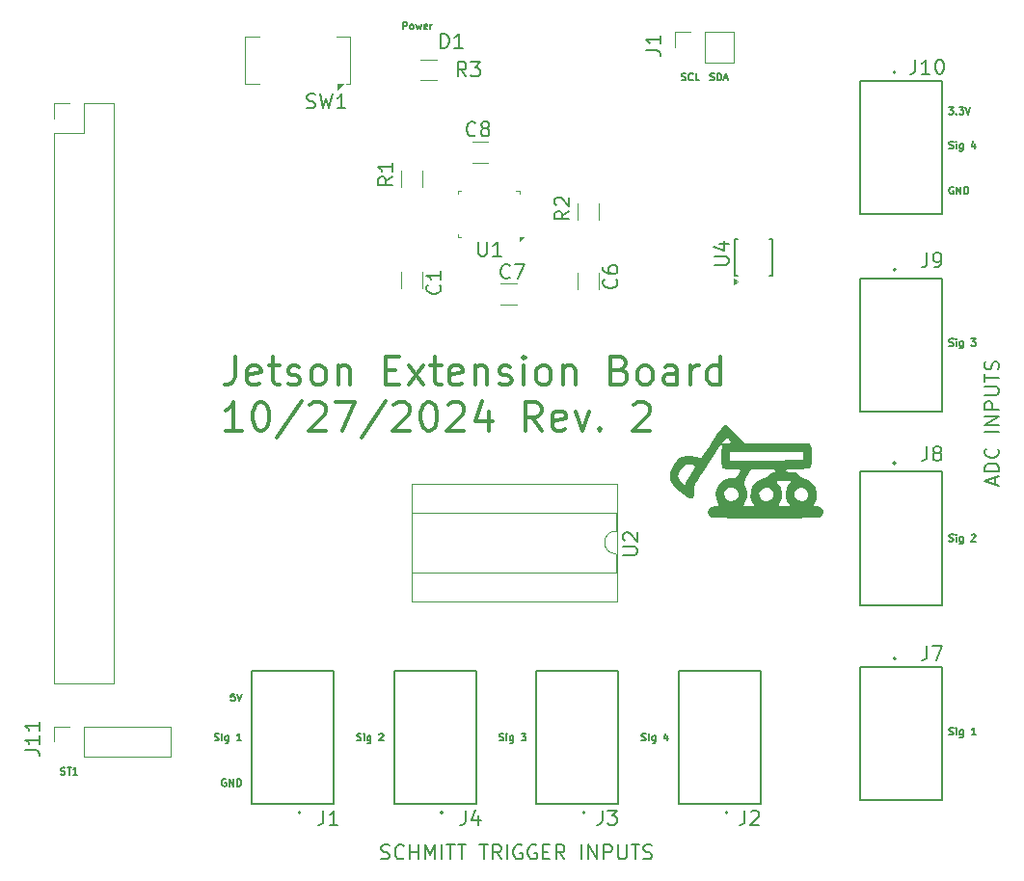
<source format=gto>
%TF.GenerationSoftware,KiCad,Pcbnew,8.0.5*%
%TF.CreationDate,2024-10-29T23:26:29-04:00*%
%TF.ProjectId,Jetson_Extension_Board,4a657473-6f6e-45f4-9578-74656e73696f,rev?*%
%TF.SameCoordinates,Original*%
%TF.FileFunction,Legend,Top*%
%TF.FilePolarity,Positive*%
%FSLAX46Y46*%
G04 Gerber Fmt 4.6, Leading zero omitted, Abs format (unit mm)*
G04 Created by KiCad (PCBNEW 8.0.5) date 2024-10-29 23:26:29*
%MOMM*%
%LPD*%
G01*
G04 APERTURE LIST*
%ADD10C,0.127000*%
%ADD11C,0.300000*%
%ADD12C,0.200000*%
%ADD13C,0.120000*%
%ADD14C,0.150000*%
%ADD15C,0.000000*%
%ADD16C,0.100000*%
G04 APERTURE END LIST*
D10*
X153067972Y-92114067D02*
X154096067Y-92114067D01*
X154096067Y-92114067D02*
X154217019Y-92053590D01*
X154217019Y-92053590D02*
X154277496Y-91993114D01*
X154277496Y-91993114D02*
X154337972Y-91872162D01*
X154337972Y-91872162D02*
X154337972Y-91630257D01*
X154337972Y-91630257D02*
X154277496Y-91509305D01*
X154277496Y-91509305D02*
X154217019Y-91448828D01*
X154217019Y-91448828D02*
X154096067Y-91388352D01*
X154096067Y-91388352D02*
X153067972Y-91388352D01*
X153491305Y-90239305D02*
X154337972Y-90239305D01*
X153007496Y-90541686D02*
X153914638Y-90844067D01*
X153914638Y-90844067D02*
X153914638Y-90057876D01*
X124837972Y-84388352D02*
X124233210Y-84811686D01*
X124837972Y-85114067D02*
X123567972Y-85114067D01*
X123567972Y-85114067D02*
X123567972Y-84630257D01*
X123567972Y-84630257D02*
X123628448Y-84509305D01*
X123628448Y-84509305D02*
X123688924Y-84448828D01*
X123688924Y-84448828D02*
X123809876Y-84388352D01*
X123809876Y-84388352D02*
X123991305Y-84388352D01*
X123991305Y-84388352D02*
X124112257Y-84448828D01*
X124112257Y-84448828D02*
X124172734Y-84509305D01*
X124172734Y-84509305D02*
X124233210Y-84630257D01*
X124233210Y-84630257D02*
X124233210Y-85114067D01*
X124837972Y-83178828D02*
X124837972Y-83904543D01*
X124837972Y-83541686D02*
X123567972Y-83541686D01*
X123567972Y-83541686D02*
X123749400Y-83662638D01*
X123749400Y-83662638D02*
X123870353Y-83783590D01*
X123870353Y-83783590D02*
X123930829Y-83904543D01*
X171748790Y-108067972D02*
X171748790Y-108975115D01*
X171748790Y-108975115D02*
X171688313Y-109156543D01*
X171688313Y-109156543D02*
X171567361Y-109277496D01*
X171567361Y-109277496D02*
X171385932Y-109337972D01*
X171385932Y-109337972D02*
X171264980Y-109337972D01*
X172534980Y-108612257D02*
X172414028Y-108551781D01*
X172414028Y-108551781D02*
X172353551Y-108491305D01*
X172353551Y-108491305D02*
X172293075Y-108370353D01*
X172293075Y-108370353D02*
X172293075Y-108309876D01*
X172293075Y-108309876D02*
X172353551Y-108188924D01*
X172353551Y-108188924D02*
X172414028Y-108128448D01*
X172414028Y-108128448D02*
X172534980Y-108067972D01*
X172534980Y-108067972D02*
X172776885Y-108067972D01*
X172776885Y-108067972D02*
X172897837Y-108128448D01*
X172897837Y-108128448D02*
X172958313Y-108188924D01*
X172958313Y-108188924D02*
X173018790Y-108309876D01*
X173018790Y-108309876D02*
X173018790Y-108370353D01*
X173018790Y-108370353D02*
X172958313Y-108491305D01*
X172958313Y-108491305D02*
X172897837Y-108551781D01*
X172897837Y-108551781D02*
X172776885Y-108612257D01*
X172776885Y-108612257D02*
X172534980Y-108612257D01*
X172534980Y-108612257D02*
X172414028Y-108672734D01*
X172414028Y-108672734D02*
X172353551Y-108733210D01*
X172353551Y-108733210D02*
X172293075Y-108854162D01*
X172293075Y-108854162D02*
X172293075Y-109096067D01*
X172293075Y-109096067D02*
X172353551Y-109217019D01*
X172353551Y-109217019D02*
X172414028Y-109277496D01*
X172414028Y-109277496D02*
X172534980Y-109337972D01*
X172534980Y-109337972D02*
X172776885Y-109337972D01*
X172776885Y-109337972D02*
X172897837Y-109277496D01*
X172897837Y-109277496D02*
X172958313Y-109217019D01*
X172958313Y-109217019D02*
X173018790Y-109096067D01*
X173018790Y-109096067D02*
X173018790Y-108854162D01*
X173018790Y-108854162D02*
X172958313Y-108733210D01*
X172958313Y-108733210D02*
X172897837Y-108672734D01*
X172897837Y-108672734D02*
X172776885Y-108612257D01*
X143248790Y-140023343D02*
X143248790Y-140930486D01*
X143248790Y-140930486D02*
X143188313Y-141111914D01*
X143188313Y-141111914D02*
X143067361Y-141232867D01*
X143067361Y-141232867D02*
X142885932Y-141293343D01*
X142885932Y-141293343D02*
X142764980Y-141293343D01*
X143732599Y-140023343D02*
X144518790Y-140023343D01*
X144518790Y-140023343D02*
X144095456Y-140507152D01*
X144095456Y-140507152D02*
X144276885Y-140507152D01*
X144276885Y-140507152D02*
X144397837Y-140567628D01*
X144397837Y-140567628D02*
X144458313Y-140628105D01*
X144458313Y-140628105D02*
X144518790Y-140749057D01*
X144518790Y-140749057D02*
X144518790Y-141051438D01*
X144518790Y-141051438D02*
X144458313Y-141172390D01*
X144458313Y-141172390D02*
X144397837Y-141232867D01*
X144397837Y-141232867D02*
X144276885Y-141293343D01*
X144276885Y-141293343D02*
X143914028Y-141293343D01*
X143914028Y-141293343D02*
X143793075Y-141232867D01*
X143793075Y-141232867D02*
X143732599Y-141172390D01*
X131248790Y-140067972D02*
X131248790Y-140975115D01*
X131248790Y-140975115D02*
X131188313Y-141156543D01*
X131188313Y-141156543D02*
X131067361Y-141277496D01*
X131067361Y-141277496D02*
X130885932Y-141337972D01*
X130885932Y-141337972D02*
X130764980Y-141337972D01*
X132397837Y-140491305D02*
X132397837Y-141337972D01*
X132095456Y-140007496D02*
X131793075Y-140914638D01*
X131793075Y-140914638D02*
X132579266Y-140914638D01*
X173704504Y-99218779D02*
X173795218Y-99249017D01*
X173795218Y-99249017D02*
X173946409Y-99249017D01*
X173946409Y-99249017D02*
X174006885Y-99218779D01*
X174006885Y-99218779D02*
X174037123Y-99188540D01*
X174037123Y-99188540D02*
X174067361Y-99128064D01*
X174067361Y-99128064D02*
X174067361Y-99067588D01*
X174067361Y-99067588D02*
X174037123Y-99007112D01*
X174037123Y-99007112D02*
X174006885Y-98976874D01*
X174006885Y-98976874D02*
X173946409Y-98946636D01*
X173946409Y-98946636D02*
X173825456Y-98916398D01*
X173825456Y-98916398D02*
X173764980Y-98886159D01*
X173764980Y-98886159D02*
X173734742Y-98855921D01*
X173734742Y-98855921D02*
X173704504Y-98795445D01*
X173704504Y-98795445D02*
X173704504Y-98734969D01*
X173704504Y-98734969D02*
X173734742Y-98674493D01*
X173734742Y-98674493D02*
X173764980Y-98644255D01*
X173764980Y-98644255D02*
X173825456Y-98614017D01*
X173825456Y-98614017D02*
X173976647Y-98614017D01*
X173976647Y-98614017D02*
X174067361Y-98644255D01*
X174339504Y-99249017D02*
X174339504Y-98825683D01*
X174339504Y-98614017D02*
X174309266Y-98644255D01*
X174309266Y-98644255D02*
X174339504Y-98674493D01*
X174339504Y-98674493D02*
X174369742Y-98644255D01*
X174369742Y-98644255D02*
X174339504Y-98614017D01*
X174339504Y-98614017D02*
X174339504Y-98674493D01*
X174914028Y-98825683D02*
X174914028Y-99339731D01*
X174914028Y-99339731D02*
X174883790Y-99400207D01*
X174883790Y-99400207D02*
X174853552Y-99430445D01*
X174853552Y-99430445D02*
X174793075Y-99460683D01*
X174793075Y-99460683D02*
X174702361Y-99460683D01*
X174702361Y-99460683D02*
X174641885Y-99430445D01*
X174914028Y-99218779D02*
X174853552Y-99249017D01*
X174853552Y-99249017D02*
X174732599Y-99249017D01*
X174732599Y-99249017D02*
X174672123Y-99218779D01*
X174672123Y-99218779D02*
X174641885Y-99188540D01*
X174641885Y-99188540D02*
X174611647Y-99128064D01*
X174611647Y-99128064D02*
X174611647Y-98946636D01*
X174611647Y-98946636D02*
X174641885Y-98886159D01*
X174641885Y-98886159D02*
X174672123Y-98855921D01*
X174672123Y-98855921D02*
X174732599Y-98825683D01*
X174732599Y-98825683D02*
X174853552Y-98825683D01*
X174853552Y-98825683D02*
X174914028Y-98855921D01*
X175639743Y-98614017D02*
X176032838Y-98614017D01*
X176032838Y-98614017D02*
X175821171Y-98855921D01*
X175821171Y-98855921D02*
X175911886Y-98855921D01*
X175911886Y-98855921D02*
X175972362Y-98886159D01*
X175972362Y-98886159D02*
X176002600Y-98916398D01*
X176002600Y-98916398D02*
X176032838Y-98976874D01*
X176032838Y-98976874D02*
X176032838Y-99128064D01*
X176032838Y-99128064D02*
X176002600Y-99188540D01*
X176002600Y-99188540D02*
X175972362Y-99218779D01*
X175972362Y-99218779D02*
X175911886Y-99249017D01*
X175911886Y-99249017D02*
X175730457Y-99249017D01*
X175730457Y-99249017D02*
X175669981Y-99218779D01*
X175669981Y-99218779D02*
X175639743Y-99188540D01*
X95704504Y-136885446D02*
X95795218Y-136915684D01*
X95795218Y-136915684D02*
X95946409Y-136915684D01*
X95946409Y-136915684D02*
X96006885Y-136885446D01*
X96006885Y-136885446D02*
X96037123Y-136855207D01*
X96037123Y-136855207D02*
X96067361Y-136794731D01*
X96067361Y-136794731D02*
X96067361Y-136734255D01*
X96067361Y-136734255D02*
X96037123Y-136673779D01*
X96037123Y-136673779D02*
X96006885Y-136643541D01*
X96006885Y-136643541D02*
X95946409Y-136613303D01*
X95946409Y-136613303D02*
X95825456Y-136583065D01*
X95825456Y-136583065D02*
X95764980Y-136552826D01*
X95764980Y-136552826D02*
X95734742Y-136522588D01*
X95734742Y-136522588D02*
X95704504Y-136462112D01*
X95704504Y-136462112D02*
X95704504Y-136401636D01*
X95704504Y-136401636D02*
X95734742Y-136341160D01*
X95734742Y-136341160D02*
X95764980Y-136310922D01*
X95764980Y-136310922D02*
X95825456Y-136280684D01*
X95825456Y-136280684D02*
X95976647Y-136280684D01*
X95976647Y-136280684D02*
X96067361Y-136310922D01*
X96248790Y-136280684D02*
X96611647Y-136280684D01*
X96430218Y-136915684D02*
X96430218Y-136280684D01*
X97155933Y-136915684D02*
X96793076Y-136915684D01*
X96974504Y-136915684D02*
X96974504Y-136280684D01*
X96974504Y-136280684D02*
X96914028Y-136371398D01*
X96914028Y-136371398D02*
X96853552Y-136431874D01*
X96853552Y-136431874D02*
X96793076Y-136462112D01*
X132385932Y-90067972D02*
X132385932Y-91096067D01*
X132385932Y-91096067D02*
X132446409Y-91217019D01*
X132446409Y-91217019D02*
X132506885Y-91277496D01*
X132506885Y-91277496D02*
X132627837Y-91337972D01*
X132627837Y-91337972D02*
X132869742Y-91337972D01*
X132869742Y-91337972D02*
X132990694Y-91277496D01*
X132990694Y-91277496D02*
X133051171Y-91217019D01*
X133051171Y-91217019D02*
X133111647Y-91096067D01*
X133111647Y-91096067D02*
X133111647Y-90067972D01*
X134381647Y-91337972D02*
X133655932Y-91337972D01*
X134018789Y-91337972D02*
X134018789Y-90067972D01*
X134018789Y-90067972D02*
X133897837Y-90249400D01*
X133897837Y-90249400D02*
X133776885Y-90370353D01*
X133776885Y-90370353D02*
X133655932Y-90430829D01*
X134204504Y-133885446D02*
X134295218Y-133915684D01*
X134295218Y-133915684D02*
X134446409Y-133915684D01*
X134446409Y-133915684D02*
X134506885Y-133885446D01*
X134506885Y-133885446D02*
X134537123Y-133855207D01*
X134537123Y-133855207D02*
X134567361Y-133794731D01*
X134567361Y-133794731D02*
X134567361Y-133734255D01*
X134567361Y-133734255D02*
X134537123Y-133673779D01*
X134537123Y-133673779D02*
X134506885Y-133643541D01*
X134506885Y-133643541D02*
X134446409Y-133613303D01*
X134446409Y-133613303D02*
X134325456Y-133583065D01*
X134325456Y-133583065D02*
X134264980Y-133552826D01*
X134264980Y-133552826D02*
X134234742Y-133522588D01*
X134234742Y-133522588D02*
X134204504Y-133462112D01*
X134204504Y-133462112D02*
X134204504Y-133401636D01*
X134204504Y-133401636D02*
X134234742Y-133341160D01*
X134234742Y-133341160D02*
X134264980Y-133310922D01*
X134264980Y-133310922D02*
X134325456Y-133280684D01*
X134325456Y-133280684D02*
X134476647Y-133280684D01*
X134476647Y-133280684D02*
X134567361Y-133310922D01*
X134839504Y-133915684D02*
X134839504Y-133492350D01*
X134839504Y-133280684D02*
X134809266Y-133310922D01*
X134809266Y-133310922D02*
X134839504Y-133341160D01*
X134839504Y-133341160D02*
X134869742Y-133310922D01*
X134869742Y-133310922D02*
X134839504Y-133280684D01*
X134839504Y-133280684D02*
X134839504Y-133341160D01*
X135414028Y-133492350D02*
X135414028Y-134006398D01*
X135414028Y-134006398D02*
X135383790Y-134066874D01*
X135383790Y-134066874D02*
X135353552Y-134097112D01*
X135353552Y-134097112D02*
X135293075Y-134127350D01*
X135293075Y-134127350D02*
X135202361Y-134127350D01*
X135202361Y-134127350D02*
X135141885Y-134097112D01*
X135414028Y-133885446D02*
X135353552Y-133915684D01*
X135353552Y-133915684D02*
X135232599Y-133915684D01*
X135232599Y-133915684D02*
X135172123Y-133885446D01*
X135172123Y-133885446D02*
X135141885Y-133855207D01*
X135141885Y-133855207D02*
X135111647Y-133794731D01*
X135111647Y-133794731D02*
X135111647Y-133613303D01*
X135111647Y-133613303D02*
X135141885Y-133552826D01*
X135141885Y-133552826D02*
X135172123Y-133522588D01*
X135172123Y-133522588D02*
X135232599Y-133492350D01*
X135232599Y-133492350D02*
X135353552Y-133492350D01*
X135353552Y-133492350D02*
X135414028Y-133522588D01*
X136139743Y-133280684D02*
X136532838Y-133280684D01*
X136532838Y-133280684D02*
X136321171Y-133522588D01*
X136321171Y-133522588D02*
X136411886Y-133522588D01*
X136411886Y-133522588D02*
X136472362Y-133552826D01*
X136472362Y-133552826D02*
X136502600Y-133583065D01*
X136502600Y-133583065D02*
X136532838Y-133643541D01*
X136532838Y-133643541D02*
X136532838Y-133794731D01*
X136532838Y-133794731D02*
X136502600Y-133855207D01*
X136502600Y-133855207D02*
X136472362Y-133885446D01*
X136472362Y-133885446D02*
X136411886Y-133915684D01*
X136411886Y-133915684D02*
X136230457Y-133915684D01*
X136230457Y-133915684D02*
X136169981Y-133885446D01*
X136169981Y-133885446D02*
X136139743Y-133855207D01*
X121704504Y-133885446D02*
X121795218Y-133915684D01*
X121795218Y-133915684D02*
X121946409Y-133915684D01*
X121946409Y-133915684D02*
X122006885Y-133885446D01*
X122006885Y-133885446D02*
X122037123Y-133855207D01*
X122037123Y-133855207D02*
X122067361Y-133794731D01*
X122067361Y-133794731D02*
X122067361Y-133734255D01*
X122067361Y-133734255D02*
X122037123Y-133673779D01*
X122037123Y-133673779D02*
X122006885Y-133643541D01*
X122006885Y-133643541D02*
X121946409Y-133613303D01*
X121946409Y-133613303D02*
X121825456Y-133583065D01*
X121825456Y-133583065D02*
X121764980Y-133552826D01*
X121764980Y-133552826D02*
X121734742Y-133522588D01*
X121734742Y-133522588D02*
X121704504Y-133462112D01*
X121704504Y-133462112D02*
X121704504Y-133401636D01*
X121704504Y-133401636D02*
X121734742Y-133341160D01*
X121734742Y-133341160D02*
X121764980Y-133310922D01*
X121764980Y-133310922D02*
X121825456Y-133280684D01*
X121825456Y-133280684D02*
X121976647Y-133280684D01*
X121976647Y-133280684D02*
X122067361Y-133310922D01*
X122339504Y-133915684D02*
X122339504Y-133492350D01*
X122339504Y-133280684D02*
X122309266Y-133310922D01*
X122309266Y-133310922D02*
X122339504Y-133341160D01*
X122339504Y-133341160D02*
X122369742Y-133310922D01*
X122369742Y-133310922D02*
X122339504Y-133280684D01*
X122339504Y-133280684D02*
X122339504Y-133341160D01*
X122914028Y-133492350D02*
X122914028Y-134006398D01*
X122914028Y-134006398D02*
X122883790Y-134066874D01*
X122883790Y-134066874D02*
X122853552Y-134097112D01*
X122853552Y-134097112D02*
X122793075Y-134127350D01*
X122793075Y-134127350D02*
X122702361Y-134127350D01*
X122702361Y-134127350D02*
X122641885Y-134097112D01*
X122914028Y-133885446D02*
X122853552Y-133915684D01*
X122853552Y-133915684D02*
X122732599Y-133915684D01*
X122732599Y-133915684D02*
X122672123Y-133885446D01*
X122672123Y-133885446D02*
X122641885Y-133855207D01*
X122641885Y-133855207D02*
X122611647Y-133794731D01*
X122611647Y-133794731D02*
X122611647Y-133613303D01*
X122611647Y-133613303D02*
X122641885Y-133552826D01*
X122641885Y-133552826D02*
X122672123Y-133522588D01*
X122672123Y-133522588D02*
X122732599Y-133492350D01*
X122732599Y-133492350D02*
X122853552Y-133492350D01*
X122853552Y-133492350D02*
X122914028Y-133522588D01*
X123669981Y-133341160D02*
X123700219Y-133310922D01*
X123700219Y-133310922D02*
X123760695Y-133280684D01*
X123760695Y-133280684D02*
X123911886Y-133280684D01*
X123911886Y-133280684D02*
X123972362Y-133310922D01*
X123972362Y-133310922D02*
X124002600Y-133341160D01*
X124002600Y-133341160D02*
X124032838Y-133401636D01*
X124032838Y-133401636D02*
X124032838Y-133462112D01*
X124032838Y-133462112D02*
X124002600Y-133552826D01*
X124002600Y-133552826D02*
X123639743Y-133915684D01*
X123639743Y-133915684D02*
X124032838Y-133915684D01*
X109204504Y-133885446D02*
X109295218Y-133915684D01*
X109295218Y-133915684D02*
X109446409Y-133915684D01*
X109446409Y-133915684D02*
X109506885Y-133885446D01*
X109506885Y-133885446D02*
X109537123Y-133855207D01*
X109537123Y-133855207D02*
X109567361Y-133794731D01*
X109567361Y-133794731D02*
X109567361Y-133734255D01*
X109567361Y-133734255D02*
X109537123Y-133673779D01*
X109537123Y-133673779D02*
X109506885Y-133643541D01*
X109506885Y-133643541D02*
X109446409Y-133613303D01*
X109446409Y-133613303D02*
X109325456Y-133583065D01*
X109325456Y-133583065D02*
X109264980Y-133552826D01*
X109264980Y-133552826D02*
X109234742Y-133522588D01*
X109234742Y-133522588D02*
X109204504Y-133462112D01*
X109204504Y-133462112D02*
X109204504Y-133401636D01*
X109204504Y-133401636D02*
X109234742Y-133341160D01*
X109234742Y-133341160D02*
X109264980Y-133310922D01*
X109264980Y-133310922D02*
X109325456Y-133280684D01*
X109325456Y-133280684D02*
X109476647Y-133280684D01*
X109476647Y-133280684D02*
X109567361Y-133310922D01*
X109839504Y-133915684D02*
X109839504Y-133492350D01*
X109839504Y-133280684D02*
X109809266Y-133310922D01*
X109809266Y-133310922D02*
X109839504Y-133341160D01*
X109839504Y-133341160D02*
X109869742Y-133310922D01*
X109869742Y-133310922D02*
X109839504Y-133280684D01*
X109839504Y-133280684D02*
X109839504Y-133341160D01*
X110414028Y-133492350D02*
X110414028Y-134006398D01*
X110414028Y-134006398D02*
X110383790Y-134066874D01*
X110383790Y-134066874D02*
X110353552Y-134097112D01*
X110353552Y-134097112D02*
X110293075Y-134127350D01*
X110293075Y-134127350D02*
X110202361Y-134127350D01*
X110202361Y-134127350D02*
X110141885Y-134097112D01*
X110414028Y-133885446D02*
X110353552Y-133915684D01*
X110353552Y-133915684D02*
X110232599Y-133915684D01*
X110232599Y-133915684D02*
X110172123Y-133885446D01*
X110172123Y-133885446D02*
X110141885Y-133855207D01*
X110141885Y-133855207D02*
X110111647Y-133794731D01*
X110111647Y-133794731D02*
X110111647Y-133613303D01*
X110111647Y-133613303D02*
X110141885Y-133552826D01*
X110141885Y-133552826D02*
X110172123Y-133522588D01*
X110172123Y-133522588D02*
X110232599Y-133492350D01*
X110232599Y-133492350D02*
X110353552Y-133492350D01*
X110353552Y-133492350D02*
X110414028Y-133522588D01*
X111532838Y-133915684D02*
X111169981Y-133915684D01*
X111351409Y-133915684D02*
X111351409Y-133280684D01*
X111351409Y-133280684D02*
X111290933Y-133371398D01*
X111290933Y-133371398D02*
X111230457Y-133431874D01*
X111230457Y-133431874D02*
X111169981Y-133462112D01*
X173704504Y-116385446D02*
X173795218Y-116415684D01*
X173795218Y-116415684D02*
X173946409Y-116415684D01*
X173946409Y-116415684D02*
X174006885Y-116385446D01*
X174006885Y-116385446D02*
X174037123Y-116355207D01*
X174037123Y-116355207D02*
X174067361Y-116294731D01*
X174067361Y-116294731D02*
X174067361Y-116234255D01*
X174067361Y-116234255D02*
X174037123Y-116173779D01*
X174037123Y-116173779D02*
X174006885Y-116143541D01*
X174006885Y-116143541D02*
X173946409Y-116113303D01*
X173946409Y-116113303D02*
X173825456Y-116083065D01*
X173825456Y-116083065D02*
X173764980Y-116052826D01*
X173764980Y-116052826D02*
X173734742Y-116022588D01*
X173734742Y-116022588D02*
X173704504Y-115962112D01*
X173704504Y-115962112D02*
X173704504Y-115901636D01*
X173704504Y-115901636D02*
X173734742Y-115841160D01*
X173734742Y-115841160D02*
X173764980Y-115810922D01*
X173764980Y-115810922D02*
X173825456Y-115780684D01*
X173825456Y-115780684D02*
X173976647Y-115780684D01*
X173976647Y-115780684D02*
X174067361Y-115810922D01*
X174339504Y-116415684D02*
X174339504Y-115992350D01*
X174339504Y-115780684D02*
X174309266Y-115810922D01*
X174309266Y-115810922D02*
X174339504Y-115841160D01*
X174339504Y-115841160D02*
X174369742Y-115810922D01*
X174369742Y-115810922D02*
X174339504Y-115780684D01*
X174339504Y-115780684D02*
X174339504Y-115841160D01*
X174914028Y-115992350D02*
X174914028Y-116506398D01*
X174914028Y-116506398D02*
X174883790Y-116566874D01*
X174883790Y-116566874D02*
X174853552Y-116597112D01*
X174853552Y-116597112D02*
X174793075Y-116627350D01*
X174793075Y-116627350D02*
X174702361Y-116627350D01*
X174702361Y-116627350D02*
X174641885Y-116597112D01*
X174914028Y-116385446D02*
X174853552Y-116415684D01*
X174853552Y-116415684D02*
X174732599Y-116415684D01*
X174732599Y-116415684D02*
X174672123Y-116385446D01*
X174672123Y-116385446D02*
X174641885Y-116355207D01*
X174641885Y-116355207D02*
X174611647Y-116294731D01*
X174611647Y-116294731D02*
X174611647Y-116113303D01*
X174611647Y-116113303D02*
X174641885Y-116052826D01*
X174641885Y-116052826D02*
X174672123Y-116022588D01*
X174672123Y-116022588D02*
X174732599Y-115992350D01*
X174732599Y-115992350D02*
X174853552Y-115992350D01*
X174853552Y-115992350D02*
X174914028Y-116022588D01*
X175669981Y-115841160D02*
X175700219Y-115810922D01*
X175700219Y-115810922D02*
X175760695Y-115780684D01*
X175760695Y-115780684D02*
X175911886Y-115780684D01*
X175911886Y-115780684D02*
X175972362Y-115810922D01*
X175972362Y-115810922D02*
X176002600Y-115841160D01*
X176002600Y-115841160D02*
X176032838Y-115901636D01*
X176032838Y-115901636D02*
X176032838Y-115962112D01*
X176032838Y-115962112D02*
X176002600Y-116052826D01*
X176002600Y-116052826D02*
X175639743Y-116415684D01*
X175639743Y-116415684D02*
X176032838Y-116415684D01*
X92567972Y-134751209D02*
X93475115Y-134751209D01*
X93475115Y-134751209D02*
X93656543Y-134811686D01*
X93656543Y-134811686D02*
X93777496Y-134932638D01*
X93777496Y-134932638D02*
X93837972Y-135114067D01*
X93837972Y-135114067D02*
X93837972Y-135235019D01*
X93837972Y-133481209D02*
X93837972Y-134206924D01*
X93837972Y-133844067D02*
X92567972Y-133844067D01*
X92567972Y-133844067D02*
X92749400Y-133965019D01*
X92749400Y-133965019D02*
X92870353Y-134085971D01*
X92870353Y-134085971D02*
X92930829Y-134206924D01*
X93837972Y-132271685D02*
X93837972Y-132997400D01*
X93837972Y-132634543D02*
X92567972Y-132634543D01*
X92567972Y-132634543D02*
X92749400Y-132755495D01*
X92749400Y-132755495D02*
X92870353Y-132876447D01*
X92870353Y-132876447D02*
X92930829Y-132997400D01*
X173704504Y-81885446D02*
X173795218Y-81915684D01*
X173795218Y-81915684D02*
X173946409Y-81915684D01*
X173946409Y-81915684D02*
X174006885Y-81885446D01*
X174006885Y-81885446D02*
X174037123Y-81855207D01*
X174037123Y-81855207D02*
X174067361Y-81794731D01*
X174067361Y-81794731D02*
X174067361Y-81734255D01*
X174067361Y-81734255D02*
X174037123Y-81673779D01*
X174037123Y-81673779D02*
X174006885Y-81643541D01*
X174006885Y-81643541D02*
X173946409Y-81613303D01*
X173946409Y-81613303D02*
X173825456Y-81583065D01*
X173825456Y-81583065D02*
X173764980Y-81552826D01*
X173764980Y-81552826D02*
X173734742Y-81522588D01*
X173734742Y-81522588D02*
X173704504Y-81462112D01*
X173704504Y-81462112D02*
X173704504Y-81401636D01*
X173704504Y-81401636D02*
X173734742Y-81341160D01*
X173734742Y-81341160D02*
X173764980Y-81310922D01*
X173764980Y-81310922D02*
X173825456Y-81280684D01*
X173825456Y-81280684D02*
X173976647Y-81280684D01*
X173976647Y-81280684D02*
X174067361Y-81310922D01*
X174339504Y-81915684D02*
X174339504Y-81492350D01*
X174339504Y-81280684D02*
X174309266Y-81310922D01*
X174309266Y-81310922D02*
X174339504Y-81341160D01*
X174339504Y-81341160D02*
X174369742Y-81310922D01*
X174369742Y-81310922D02*
X174339504Y-81280684D01*
X174339504Y-81280684D02*
X174339504Y-81341160D01*
X174914028Y-81492350D02*
X174914028Y-82006398D01*
X174914028Y-82006398D02*
X174883790Y-82066874D01*
X174883790Y-82066874D02*
X174853552Y-82097112D01*
X174853552Y-82097112D02*
X174793075Y-82127350D01*
X174793075Y-82127350D02*
X174702361Y-82127350D01*
X174702361Y-82127350D02*
X174641885Y-82097112D01*
X174914028Y-81885446D02*
X174853552Y-81915684D01*
X174853552Y-81915684D02*
X174732599Y-81915684D01*
X174732599Y-81915684D02*
X174672123Y-81885446D01*
X174672123Y-81885446D02*
X174641885Y-81855207D01*
X174641885Y-81855207D02*
X174611647Y-81794731D01*
X174611647Y-81794731D02*
X174611647Y-81613303D01*
X174611647Y-81613303D02*
X174641885Y-81552826D01*
X174641885Y-81552826D02*
X174672123Y-81522588D01*
X174672123Y-81522588D02*
X174732599Y-81492350D01*
X174732599Y-81492350D02*
X174853552Y-81492350D01*
X174853552Y-81492350D02*
X174914028Y-81522588D01*
X175972362Y-81492350D02*
X175972362Y-81915684D01*
X175821171Y-81250446D02*
X175669981Y-81704017D01*
X175669981Y-81704017D02*
X176063076Y-81704017D01*
X171748790Y-91067972D02*
X171748790Y-91975115D01*
X171748790Y-91975115D02*
X171688313Y-92156543D01*
X171688313Y-92156543D02*
X171567361Y-92277496D01*
X171567361Y-92277496D02*
X171385932Y-92337972D01*
X171385932Y-92337972D02*
X171264980Y-92337972D01*
X172414028Y-92337972D02*
X172655932Y-92337972D01*
X172655932Y-92337972D02*
X172776885Y-92277496D01*
X172776885Y-92277496D02*
X172837361Y-92217019D01*
X172837361Y-92217019D02*
X172958313Y-92035591D01*
X172958313Y-92035591D02*
X173018790Y-91793686D01*
X173018790Y-91793686D02*
X173018790Y-91309876D01*
X173018790Y-91309876D02*
X172958313Y-91188924D01*
X172958313Y-91188924D02*
X172897837Y-91128448D01*
X172897837Y-91128448D02*
X172776885Y-91067972D01*
X172776885Y-91067972D02*
X172534980Y-91067972D01*
X172534980Y-91067972D02*
X172414028Y-91128448D01*
X172414028Y-91128448D02*
X172353551Y-91188924D01*
X172353551Y-91188924D02*
X172293075Y-91309876D01*
X172293075Y-91309876D02*
X172293075Y-91612257D01*
X172293075Y-91612257D02*
X172353551Y-91733210D01*
X172353551Y-91733210D02*
X172414028Y-91793686D01*
X172414028Y-91793686D02*
X172534980Y-91854162D01*
X172534980Y-91854162D02*
X172776885Y-91854162D01*
X172776885Y-91854162D02*
X172897837Y-91793686D01*
X172897837Y-91793686D02*
X172958313Y-91733210D01*
X172958313Y-91733210D02*
X173018790Y-91612257D01*
X150204504Y-75885446D02*
X150295218Y-75915684D01*
X150295218Y-75915684D02*
X150446409Y-75915684D01*
X150446409Y-75915684D02*
X150506885Y-75885446D01*
X150506885Y-75885446D02*
X150537123Y-75855207D01*
X150537123Y-75855207D02*
X150567361Y-75794731D01*
X150567361Y-75794731D02*
X150567361Y-75734255D01*
X150567361Y-75734255D02*
X150537123Y-75673779D01*
X150537123Y-75673779D02*
X150506885Y-75643541D01*
X150506885Y-75643541D02*
X150446409Y-75613303D01*
X150446409Y-75613303D02*
X150325456Y-75583065D01*
X150325456Y-75583065D02*
X150264980Y-75552826D01*
X150264980Y-75552826D02*
X150234742Y-75522588D01*
X150234742Y-75522588D02*
X150204504Y-75462112D01*
X150204504Y-75462112D02*
X150204504Y-75401636D01*
X150204504Y-75401636D02*
X150234742Y-75341160D01*
X150234742Y-75341160D02*
X150264980Y-75310922D01*
X150264980Y-75310922D02*
X150325456Y-75280684D01*
X150325456Y-75280684D02*
X150476647Y-75280684D01*
X150476647Y-75280684D02*
X150567361Y-75310922D01*
X151202361Y-75855207D02*
X151172123Y-75885446D01*
X151172123Y-75885446D02*
X151081409Y-75915684D01*
X151081409Y-75915684D02*
X151020933Y-75915684D01*
X151020933Y-75915684D02*
X150930218Y-75885446D01*
X150930218Y-75885446D02*
X150869742Y-75824969D01*
X150869742Y-75824969D02*
X150839504Y-75764493D01*
X150839504Y-75764493D02*
X150809266Y-75643541D01*
X150809266Y-75643541D02*
X150809266Y-75552826D01*
X150809266Y-75552826D02*
X150839504Y-75431874D01*
X150839504Y-75431874D02*
X150869742Y-75371398D01*
X150869742Y-75371398D02*
X150930218Y-75310922D01*
X150930218Y-75310922D02*
X151020933Y-75280684D01*
X151020933Y-75280684D02*
X151081409Y-75280684D01*
X151081409Y-75280684D02*
X151172123Y-75310922D01*
X151172123Y-75310922D02*
X151202361Y-75341160D01*
X151776885Y-75915684D02*
X151474504Y-75915684D01*
X151474504Y-75915684D02*
X151474504Y-75280684D01*
X146704504Y-133885446D02*
X146795218Y-133915684D01*
X146795218Y-133915684D02*
X146946409Y-133915684D01*
X146946409Y-133915684D02*
X147006885Y-133885446D01*
X147006885Y-133885446D02*
X147037123Y-133855207D01*
X147037123Y-133855207D02*
X147067361Y-133794731D01*
X147067361Y-133794731D02*
X147067361Y-133734255D01*
X147067361Y-133734255D02*
X147037123Y-133673779D01*
X147037123Y-133673779D02*
X147006885Y-133643541D01*
X147006885Y-133643541D02*
X146946409Y-133613303D01*
X146946409Y-133613303D02*
X146825456Y-133583065D01*
X146825456Y-133583065D02*
X146764980Y-133552826D01*
X146764980Y-133552826D02*
X146734742Y-133522588D01*
X146734742Y-133522588D02*
X146704504Y-133462112D01*
X146704504Y-133462112D02*
X146704504Y-133401636D01*
X146704504Y-133401636D02*
X146734742Y-133341160D01*
X146734742Y-133341160D02*
X146764980Y-133310922D01*
X146764980Y-133310922D02*
X146825456Y-133280684D01*
X146825456Y-133280684D02*
X146976647Y-133280684D01*
X146976647Y-133280684D02*
X147067361Y-133310922D01*
X147339504Y-133915684D02*
X147339504Y-133492350D01*
X147339504Y-133280684D02*
X147309266Y-133310922D01*
X147309266Y-133310922D02*
X147339504Y-133341160D01*
X147339504Y-133341160D02*
X147369742Y-133310922D01*
X147369742Y-133310922D02*
X147339504Y-133280684D01*
X147339504Y-133280684D02*
X147339504Y-133341160D01*
X147914028Y-133492350D02*
X147914028Y-134006398D01*
X147914028Y-134006398D02*
X147883790Y-134066874D01*
X147883790Y-134066874D02*
X147853552Y-134097112D01*
X147853552Y-134097112D02*
X147793075Y-134127350D01*
X147793075Y-134127350D02*
X147702361Y-134127350D01*
X147702361Y-134127350D02*
X147641885Y-134097112D01*
X147914028Y-133885446D02*
X147853552Y-133915684D01*
X147853552Y-133915684D02*
X147732599Y-133915684D01*
X147732599Y-133915684D02*
X147672123Y-133885446D01*
X147672123Y-133885446D02*
X147641885Y-133855207D01*
X147641885Y-133855207D02*
X147611647Y-133794731D01*
X147611647Y-133794731D02*
X147611647Y-133613303D01*
X147611647Y-133613303D02*
X147641885Y-133552826D01*
X147641885Y-133552826D02*
X147672123Y-133522588D01*
X147672123Y-133522588D02*
X147732599Y-133492350D01*
X147732599Y-133492350D02*
X147853552Y-133492350D01*
X147853552Y-133492350D02*
X147914028Y-133522588D01*
X148972362Y-133492350D02*
X148972362Y-133915684D01*
X148821171Y-133250446D02*
X148669981Y-133704017D01*
X148669981Y-133704017D02*
X149063076Y-133704017D01*
X147067972Y-73251209D02*
X147975115Y-73251209D01*
X147975115Y-73251209D02*
X148156543Y-73311686D01*
X148156543Y-73311686D02*
X148277496Y-73432638D01*
X148277496Y-73432638D02*
X148337972Y-73614067D01*
X148337972Y-73614067D02*
X148337972Y-73735019D01*
X148337972Y-71981209D02*
X148337972Y-72706924D01*
X148337972Y-72344067D02*
X147067972Y-72344067D01*
X147067972Y-72344067D02*
X147249400Y-72465019D01*
X147249400Y-72465019D02*
X147370353Y-72585971D01*
X147370353Y-72585971D02*
X147430829Y-72706924D01*
X171748790Y-125567972D02*
X171748790Y-126475115D01*
X171748790Y-126475115D02*
X171688313Y-126656543D01*
X171688313Y-126656543D02*
X171567361Y-126777496D01*
X171567361Y-126777496D02*
X171385932Y-126837972D01*
X171385932Y-126837972D02*
X171264980Y-126837972D01*
X172232599Y-125567972D02*
X173079266Y-125567972D01*
X173079266Y-125567972D02*
X172534980Y-126837972D01*
X152704504Y-75885446D02*
X152795218Y-75915684D01*
X152795218Y-75915684D02*
X152946409Y-75915684D01*
X152946409Y-75915684D02*
X153006885Y-75885446D01*
X153006885Y-75885446D02*
X153037123Y-75855207D01*
X153037123Y-75855207D02*
X153067361Y-75794731D01*
X153067361Y-75794731D02*
X153067361Y-75734255D01*
X153067361Y-75734255D02*
X153037123Y-75673779D01*
X153037123Y-75673779D02*
X153006885Y-75643541D01*
X153006885Y-75643541D02*
X152946409Y-75613303D01*
X152946409Y-75613303D02*
X152825456Y-75583065D01*
X152825456Y-75583065D02*
X152764980Y-75552826D01*
X152764980Y-75552826D02*
X152734742Y-75522588D01*
X152734742Y-75522588D02*
X152704504Y-75462112D01*
X152704504Y-75462112D02*
X152704504Y-75401636D01*
X152704504Y-75401636D02*
X152734742Y-75341160D01*
X152734742Y-75341160D02*
X152764980Y-75310922D01*
X152764980Y-75310922D02*
X152825456Y-75280684D01*
X152825456Y-75280684D02*
X152976647Y-75280684D01*
X152976647Y-75280684D02*
X153067361Y-75310922D01*
X153339504Y-75915684D02*
X153339504Y-75280684D01*
X153339504Y-75280684D02*
X153490694Y-75280684D01*
X153490694Y-75280684D02*
X153581409Y-75310922D01*
X153581409Y-75310922D02*
X153641885Y-75371398D01*
X153641885Y-75371398D02*
X153672123Y-75431874D01*
X153672123Y-75431874D02*
X153702361Y-75552826D01*
X153702361Y-75552826D02*
X153702361Y-75643541D01*
X153702361Y-75643541D02*
X153672123Y-75764493D01*
X153672123Y-75764493D02*
X153641885Y-75824969D01*
X153641885Y-75824969D02*
X153581409Y-75885446D01*
X153581409Y-75885446D02*
X153490694Y-75915684D01*
X153490694Y-75915684D02*
X153339504Y-75915684D01*
X153944266Y-75734255D02*
X154246647Y-75734255D01*
X153883790Y-75915684D02*
X154095456Y-75280684D01*
X154095456Y-75280684D02*
X154307123Y-75915684D01*
X140337972Y-87388352D02*
X139733210Y-87811686D01*
X140337972Y-88114067D02*
X139067972Y-88114067D01*
X139067972Y-88114067D02*
X139067972Y-87630257D01*
X139067972Y-87630257D02*
X139128448Y-87509305D01*
X139128448Y-87509305D02*
X139188924Y-87448828D01*
X139188924Y-87448828D02*
X139309876Y-87388352D01*
X139309876Y-87388352D02*
X139491305Y-87388352D01*
X139491305Y-87388352D02*
X139612257Y-87448828D01*
X139612257Y-87448828D02*
X139672734Y-87509305D01*
X139672734Y-87509305D02*
X139733210Y-87630257D01*
X139733210Y-87630257D02*
X139733210Y-88114067D01*
X139188924Y-86904543D02*
X139128448Y-86844067D01*
X139128448Y-86844067D02*
X139067972Y-86723114D01*
X139067972Y-86723114D02*
X139067972Y-86420733D01*
X139067972Y-86420733D02*
X139128448Y-86299781D01*
X139128448Y-86299781D02*
X139188924Y-86239305D01*
X139188924Y-86239305D02*
X139309876Y-86178828D01*
X139309876Y-86178828D02*
X139430829Y-86178828D01*
X139430829Y-86178828D02*
X139612257Y-86239305D01*
X139612257Y-86239305D02*
X140337972Y-86965019D01*
X140337972Y-86965019D02*
X140337972Y-86178828D01*
X110958314Y-129780684D02*
X110655933Y-129780684D01*
X110655933Y-129780684D02*
X110625695Y-130083065D01*
X110625695Y-130083065D02*
X110655933Y-130052826D01*
X110655933Y-130052826D02*
X110716409Y-130022588D01*
X110716409Y-130022588D02*
X110867600Y-130022588D01*
X110867600Y-130022588D02*
X110928076Y-130052826D01*
X110928076Y-130052826D02*
X110958314Y-130083065D01*
X110958314Y-130083065D02*
X110988552Y-130143541D01*
X110988552Y-130143541D02*
X110988552Y-130294731D01*
X110988552Y-130294731D02*
X110958314Y-130355207D01*
X110958314Y-130355207D02*
X110928076Y-130385446D01*
X110928076Y-130385446D02*
X110867600Y-130415684D01*
X110867600Y-130415684D02*
X110716409Y-130415684D01*
X110716409Y-130415684D02*
X110655933Y-130385446D01*
X110655933Y-130385446D02*
X110625695Y-130355207D01*
X111169981Y-129780684D02*
X111381647Y-130415684D01*
X111381647Y-130415684D02*
X111593314Y-129780684D01*
X155748790Y-140067972D02*
X155748790Y-140975115D01*
X155748790Y-140975115D02*
X155688313Y-141156543D01*
X155688313Y-141156543D02*
X155567361Y-141277496D01*
X155567361Y-141277496D02*
X155385932Y-141337972D01*
X155385932Y-141337972D02*
X155264980Y-141337972D01*
X156293075Y-140188924D02*
X156353551Y-140128448D01*
X156353551Y-140128448D02*
X156474504Y-140067972D01*
X156474504Y-140067972D02*
X156776885Y-140067972D01*
X156776885Y-140067972D02*
X156897837Y-140128448D01*
X156897837Y-140128448D02*
X156958313Y-140188924D01*
X156958313Y-140188924D02*
X157018790Y-140309876D01*
X157018790Y-140309876D02*
X157018790Y-140430829D01*
X157018790Y-140430829D02*
X156958313Y-140612257D01*
X156958313Y-140612257D02*
X156232599Y-141337972D01*
X156232599Y-141337972D02*
X157018790Y-141337972D01*
X123825456Y-144277496D02*
X124006885Y-144337972D01*
X124006885Y-144337972D02*
X124309266Y-144337972D01*
X124309266Y-144337972D02*
X124430218Y-144277496D01*
X124430218Y-144277496D02*
X124490694Y-144217019D01*
X124490694Y-144217019D02*
X124551171Y-144096067D01*
X124551171Y-144096067D02*
X124551171Y-143975115D01*
X124551171Y-143975115D02*
X124490694Y-143854162D01*
X124490694Y-143854162D02*
X124430218Y-143793686D01*
X124430218Y-143793686D02*
X124309266Y-143733210D01*
X124309266Y-143733210D02*
X124067361Y-143672734D01*
X124067361Y-143672734D02*
X123946409Y-143612257D01*
X123946409Y-143612257D02*
X123885932Y-143551781D01*
X123885932Y-143551781D02*
X123825456Y-143430829D01*
X123825456Y-143430829D02*
X123825456Y-143309876D01*
X123825456Y-143309876D02*
X123885932Y-143188924D01*
X123885932Y-143188924D02*
X123946409Y-143128448D01*
X123946409Y-143128448D02*
X124067361Y-143067972D01*
X124067361Y-143067972D02*
X124369742Y-143067972D01*
X124369742Y-143067972D02*
X124551171Y-143128448D01*
X125821171Y-144217019D02*
X125760695Y-144277496D01*
X125760695Y-144277496D02*
X125579266Y-144337972D01*
X125579266Y-144337972D02*
X125458314Y-144337972D01*
X125458314Y-144337972D02*
X125276885Y-144277496D01*
X125276885Y-144277496D02*
X125155933Y-144156543D01*
X125155933Y-144156543D02*
X125095456Y-144035591D01*
X125095456Y-144035591D02*
X125034980Y-143793686D01*
X125034980Y-143793686D02*
X125034980Y-143612257D01*
X125034980Y-143612257D02*
X125095456Y-143370353D01*
X125095456Y-143370353D02*
X125155933Y-143249400D01*
X125155933Y-143249400D02*
X125276885Y-143128448D01*
X125276885Y-143128448D02*
X125458314Y-143067972D01*
X125458314Y-143067972D02*
X125579266Y-143067972D01*
X125579266Y-143067972D02*
X125760695Y-143128448D01*
X125760695Y-143128448D02*
X125821171Y-143188924D01*
X126365456Y-144337972D02*
X126365456Y-143067972D01*
X126365456Y-143672734D02*
X127091171Y-143672734D01*
X127091171Y-144337972D02*
X127091171Y-143067972D01*
X127695932Y-144337972D02*
X127695932Y-143067972D01*
X127695932Y-143067972D02*
X128119266Y-143975115D01*
X128119266Y-143975115D02*
X128542599Y-143067972D01*
X128542599Y-143067972D02*
X128542599Y-144337972D01*
X129147361Y-144337972D02*
X129147361Y-143067972D01*
X129570695Y-143067972D02*
X130296409Y-143067972D01*
X129933552Y-144337972D02*
X129933552Y-143067972D01*
X130538314Y-143067972D02*
X131264028Y-143067972D01*
X130901171Y-144337972D02*
X130901171Y-143067972D01*
X132473552Y-143067972D02*
X133199266Y-143067972D01*
X132836409Y-144337972D02*
X132836409Y-143067972D01*
X134348314Y-144337972D02*
X133924980Y-143733210D01*
X133622599Y-144337972D02*
X133622599Y-143067972D01*
X133622599Y-143067972D02*
X134106409Y-143067972D01*
X134106409Y-143067972D02*
X134227361Y-143128448D01*
X134227361Y-143128448D02*
X134287838Y-143188924D01*
X134287838Y-143188924D02*
X134348314Y-143309876D01*
X134348314Y-143309876D02*
X134348314Y-143491305D01*
X134348314Y-143491305D02*
X134287838Y-143612257D01*
X134287838Y-143612257D02*
X134227361Y-143672734D01*
X134227361Y-143672734D02*
X134106409Y-143733210D01*
X134106409Y-143733210D02*
X133622599Y-143733210D01*
X134892599Y-144337972D02*
X134892599Y-143067972D01*
X136162600Y-143128448D02*
X136041647Y-143067972D01*
X136041647Y-143067972D02*
X135860219Y-143067972D01*
X135860219Y-143067972D02*
X135678790Y-143128448D01*
X135678790Y-143128448D02*
X135557838Y-143249400D01*
X135557838Y-143249400D02*
X135497361Y-143370353D01*
X135497361Y-143370353D02*
X135436885Y-143612257D01*
X135436885Y-143612257D02*
X135436885Y-143793686D01*
X135436885Y-143793686D02*
X135497361Y-144035591D01*
X135497361Y-144035591D02*
X135557838Y-144156543D01*
X135557838Y-144156543D02*
X135678790Y-144277496D01*
X135678790Y-144277496D02*
X135860219Y-144337972D01*
X135860219Y-144337972D02*
X135981171Y-144337972D01*
X135981171Y-144337972D02*
X136162600Y-144277496D01*
X136162600Y-144277496D02*
X136223076Y-144217019D01*
X136223076Y-144217019D02*
X136223076Y-143793686D01*
X136223076Y-143793686D02*
X135981171Y-143793686D01*
X137432600Y-143128448D02*
X137311647Y-143067972D01*
X137311647Y-143067972D02*
X137130219Y-143067972D01*
X137130219Y-143067972D02*
X136948790Y-143128448D01*
X136948790Y-143128448D02*
X136827838Y-143249400D01*
X136827838Y-143249400D02*
X136767361Y-143370353D01*
X136767361Y-143370353D02*
X136706885Y-143612257D01*
X136706885Y-143612257D02*
X136706885Y-143793686D01*
X136706885Y-143793686D02*
X136767361Y-144035591D01*
X136767361Y-144035591D02*
X136827838Y-144156543D01*
X136827838Y-144156543D02*
X136948790Y-144277496D01*
X136948790Y-144277496D02*
X137130219Y-144337972D01*
X137130219Y-144337972D02*
X137251171Y-144337972D01*
X137251171Y-144337972D02*
X137432600Y-144277496D01*
X137432600Y-144277496D02*
X137493076Y-144217019D01*
X137493076Y-144217019D02*
X137493076Y-143793686D01*
X137493076Y-143793686D02*
X137251171Y-143793686D01*
X138037361Y-143672734D02*
X138460695Y-143672734D01*
X138642123Y-144337972D02*
X138037361Y-144337972D01*
X138037361Y-144337972D02*
X138037361Y-143067972D01*
X138037361Y-143067972D02*
X138642123Y-143067972D01*
X139912124Y-144337972D02*
X139488790Y-143733210D01*
X139186409Y-144337972D02*
X139186409Y-143067972D01*
X139186409Y-143067972D02*
X139670219Y-143067972D01*
X139670219Y-143067972D02*
X139791171Y-143128448D01*
X139791171Y-143128448D02*
X139851648Y-143188924D01*
X139851648Y-143188924D02*
X139912124Y-143309876D01*
X139912124Y-143309876D02*
X139912124Y-143491305D01*
X139912124Y-143491305D02*
X139851648Y-143612257D01*
X139851648Y-143612257D02*
X139791171Y-143672734D01*
X139791171Y-143672734D02*
X139670219Y-143733210D01*
X139670219Y-143733210D02*
X139186409Y-143733210D01*
X141424028Y-144337972D02*
X141424028Y-143067972D01*
X142028790Y-144337972D02*
X142028790Y-143067972D01*
X142028790Y-143067972D02*
X142754505Y-144337972D01*
X142754505Y-144337972D02*
X142754505Y-143067972D01*
X143359266Y-144337972D02*
X143359266Y-143067972D01*
X143359266Y-143067972D02*
X143843076Y-143067972D01*
X143843076Y-143067972D02*
X143964028Y-143128448D01*
X143964028Y-143128448D02*
X144024505Y-143188924D01*
X144024505Y-143188924D02*
X144084981Y-143309876D01*
X144084981Y-143309876D02*
X144084981Y-143491305D01*
X144084981Y-143491305D02*
X144024505Y-143612257D01*
X144024505Y-143612257D02*
X143964028Y-143672734D01*
X143964028Y-143672734D02*
X143843076Y-143733210D01*
X143843076Y-143733210D02*
X143359266Y-143733210D01*
X144629266Y-143067972D02*
X144629266Y-144096067D01*
X144629266Y-144096067D02*
X144689743Y-144217019D01*
X144689743Y-144217019D02*
X144750219Y-144277496D01*
X144750219Y-144277496D02*
X144871171Y-144337972D01*
X144871171Y-144337972D02*
X145113076Y-144337972D01*
X145113076Y-144337972D02*
X145234028Y-144277496D01*
X145234028Y-144277496D02*
X145294505Y-144217019D01*
X145294505Y-144217019D02*
X145354981Y-144096067D01*
X145354981Y-144096067D02*
X145354981Y-143067972D01*
X145778314Y-143067972D02*
X146504028Y-143067972D01*
X146141171Y-144337972D02*
X146141171Y-143067972D01*
X146866885Y-144277496D02*
X147048314Y-144337972D01*
X147048314Y-144337972D02*
X147350695Y-144337972D01*
X147350695Y-144337972D02*
X147471647Y-144277496D01*
X147471647Y-144277496D02*
X147532123Y-144217019D01*
X147532123Y-144217019D02*
X147592600Y-144096067D01*
X147592600Y-144096067D02*
X147592600Y-143975115D01*
X147592600Y-143975115D02*
X147532123Y-143854162D01*
X147532123Y-143854162D02*
X147471647Y-143793686D01*
X147471647Y-143793686D02*
X147350695Y-143733210D01*
X147350695Y-143733210D02*
X147108790Y-143672734D01*
X147108790Y-143672734D02*
X146987838Y-143612257D01*
X146987838Y-143612257D02*
X146927361Y-143551781D01*
X146927361Y-143551781D02*
X146866885Y-143430829D01*
X146866885Y-143430829D02*
X146866885Y-143309876D01*
X146866885Y-143309876D02*
X146927361Y-143188924D01*
X146927361Y-143188924D02*
X146987838Y-143128448D01*
X146987838Y-143128448D02*
X147108790Y-143067972D01*
X147108790Y-143067972D02*
X147411171Y-143067972D01*
X147411171Y-143067972D02*
X147592600Y-143128448D01*
X173704504Y-133385446D02*
X173795218Y-133415684D01*
X173795218Y-133415684D02*
X173946409Y-133415684D01*
X173946409Y-133415684D02*
X174006885Y-133385446D01*
X174006885Y-133385446D02*
X174037123Y-133355207D01*
X174037123Y-133355207D02*
X174067361Y-133294731D01*
X174067361Y-133294731D02*
X174067361Y-133234255D01*
X174067361Y-133234255D02*
X174037123Y-133173779D01*
X174037123Y-133173779D02*
X174006885Y-133143541D01*
X174006885Y-133143541D02*
X173946409Y-133113303D01*
X173946409Y-133113303D02*
X173825456Y-133083065D01*
X173825456Y-133083065D02*
X173764980Y-133052826D01*
X173764980Y-133052826D02*
X173734742Y-133022588D01*
X173734742Y-133022588D02*
X173704504Y-132962112D01*
X173704504Y-132962112D02*
X173704504Y-132901636D01*
X173704504Y-132901636D02*
X173734742Y-132841160D01*
X173734742Y-132841160D02*
X173764980Y-132810922D01*
X173764980Y-132810922D02*
X173825456Y-132780684D01*
X173825456Y-132780684D02*
X173976647Y-132780684D01*
X173976647Y-132780684D02*
X174067361Y-132810922D01*
X174339504Y-133415684D02*
X174339504Y-132992350D01*
X174339504Y-132780684D02*
X174309266Y-132810922D01*
X174309266Y-132810922D02*
X174339504Y-132841160D01*
X174339504Y-132841160D02*
X174369742Y-132810922D01*
X174369742Y-132810922D02*
X174339504Y-132780684D01*
X174339504Y-132780684D02*
X174339504Y-132841160D01*
X174914028Y-132992350D02*
X174914028Y-133506398D01*
X174914028Y-133506398D02*
X174883790Y-133566874D01*
X174883790Y-133566874D02*
X174853552Y-133597112D01*
X174853552Y-133597112D02*
X174793075Y-133627350D01*
X174793075Y-133627350D02*
X174702361Y-133627350D01*
X174702361Y-133627350D02*
X174641885Y-133597112D01*
X174914028Y-133385446D02*
X174853552Y-133415684D01*
X174853552Y-133415684D02*
X174732599Y-133415684D01*
X174732599Y-133415684D02*
X174672123Y-133385446D01*
X174672123Y-133385446D02*
X174641885Y-133355207D01*
X174641885Y-133355207D02*
X174611647Y-133294731D01*
X174611647Y-133294731D02*
X174611647Y-133113303D01*
X174611647Y-133113303D02*
X174641885Y-133052826D01*
X174641885Y-133052826D02*
X174672123Y-133022588D01*
X174672123Y-133022588D02*
X174732599Y-132992350D01*
X174732599Y-132992350D02*
X174853552Y-132992350D01*
X174853552Y-132992350D02*
X174914028Y-133022588D01*
X176032838Y-133415684D02*
X175669981Y-133415684D01*
X175851409Y-133415684D02*
X175851409Y-132780684D01*
X175851409Y-132780684D02*
X175790933Y-132871398D01*
X175790933Y-132871398D02*
X175730457Y-132931874D01*
X175730457Y-132931874D02*
X175669981Y-132962112D01*
X173674266Y-78280684D02*
X174067361Y-78280684D01*
X174067361Y-78280684D02*
X173855694Y-78522588D01*
X173855694Y-78522588D02*
X173946409Y-78522588D01*
X173946409Y-78522588D02*
X174006885Y-78552826D01*
X174006885Y-78552826D02*
X174037123Y-78583065D01*
X174037123Y-78583065D02*
X174067361Y-78643541D01*
X174067361Y-78643541D02*
X174067361Y-78794731D01*
X174067361Y-78794731D02*
X174037123Y-78855207D01*
X174037123Y-78855207D02*
X174006885Y-78885446D01*
X174006885Y-78885446D02*
X173946409Y-78915684D01*
X173946409Y-78915684D02*
X173764980Y-78915684D01*
X173764980Y-78915684D02*
X173704504Y-78885446D01*
X173704504Y-78885446D02*
X173674266Y-78855207D01*
X174339504Y-78855207D02*
X174369742Y-78885446D01*
X174369742Y-78885446D02*
X174339504Y-78915684D01*
X174339504Y-78915684D02*
X174309266Y-78885446D01*
X174309266Y-78885446D02*
X174339504Y-78855207D01*
X174339504Y-78855207D02*
X174339504Y-78915684D01*
X174581409Y-78280684D02*
X174974504Y-78280684D01*
X174974504Y-78280684D02*
X174762837Y-78522588D01*
X174762837Y-78522588D02*
X174853552Y-78522588D01*
X174853552Y-78522588D02*
X174914028Y-78552826D01*
X174914028Y-78552826D02*
X174944266Y-78583065D01*
X174944266Y-78583065D02*
X174974504Y-78643541D01*
X174974504Y-78643541D02*
X174974504Y-78794731D01*
X174974504Y-78794731D02*
X174944266Y-78855207D01*
X174944266Y-78855207D02*
X174914028Y-78885446D01*
X174914028Y-78885446D02*
X174853552Y-78915684D01*
X174853552Y-78915684D02*
X174672123Y-78915684D01*
X174672123Y-78915684D02*
X174611647Y-78885446D01*
X174611647Y-78885446D02*
X174581409Y-78855207D01*
X175155933Y-78280684D02*
X175367599Y-78915684D01*
X175367599Y-78915684D02*
X175579266Y-78280684D01*
X135111647Y-93217019D02*
X135051171Y-93277496D01*
X135051171Y-93277496D02*
X134869742Y-93337972D01*
X134869742Y-93337972D02*
X134748790Y-93337972D01*
X134748790Y-93337972D02*
X134567361Y-93277496D01*
X134567361Y-93277496D02*
X134446409Y-93156543D01*
X134446409Y-93156543D02*
X134385932Y-93035591D01*
X134385932Y-93035591D02*
X134325456Y-92793686D01*
X134325456Y-92793686D02*
X134325456Y-92612257D01*
X134325456Y-92612257D02*
X134385932Y-92370353D01*
X134385932Y-92370353D02*
X134446409Y-92249400D01*
X134446409Y-92249400D02*
X134567361Y-92128448D01*
X134567361Y-92128448D02*
X134748790Y-92067972D01*
X134748790Y-92067972D02*
X134869742Y-92067972D01*
X134869742Y-92067972D02*
X135051171Y-92128448D01*
X135051171Y-92128448D02*
X135111647Y-92188924D01*
X135534980Y-92067972D02*
X136381647Y-92067972D01*
X136381647Y-92067972D02*
X135837361Y-93337972D01*
X145067972Y-117614067D02*
X146096067Y-117614067D01*
X146096067Y-117614067D02*
X146217019Y-117553590D01*
X146217019Y-117553590D02*
X146277496Y-117493114D01*
X146277496Y-117493114D02*
X146337972Y-117372162D01*
X146337972Y-117372162D02*
X146337972Y-117130257D01*
X146337972Y-117130257D02*
X146277496Y-117009305D01*
X146277496Y-117009305D02*
X146217019Y-116948828D01*
X146217019Y-116948828D02*
X146096067Y-116888352D01*
X146096067Y-116888352D02*
X145067972Y-116888352D01*
X145188924Y-116344067D02*
X145128448Y-116283591D01*
X145128448Y-116283591D02*
X145067972Y-116162638D01*
X145067972Y-116162638D02*
X145067972Y-115860257D01*
X145067972Y-115860257D02*
X145128448Y-115739305D01*
X145128448Y-115739305D02*
X145188924Y-115678829D01*
X145188924Y-115678829D02*
X145309876Y-115618352D01*
X145309876Y-115618352D02*
X145430829Y-115618352D01*
X145430829Y-115618352D02*
X145612257Y-115678829D01*
X145612257Y-115678829D02*
X146337972Y-116404543D01*
X146337972Y-116404543D02*
X146337972Y-115618352D01*
X132111647Y-80717019D02*
X132051171Y-80777496D01*
X132051171Y-80777496D02*
X131869742Y-80837972D01*
X131869742Y-80837972D02*
X131748790Y-80837972D01*
X131748790Y-80837972D02*
X131567361Y-80777496D01*
X131567361Y-80777496D02*
X131446409Y-80656543D01*
X131446409Y-80656543D02*
X131385932Y-80535591D01*
X131385932Y-80535591D02*
X131325456Y-80293686D01*
X131325456Y-80293686D02*
X131325456Y-80112257D01*
X131325456Y-80112257D02*
X131385932Y-79870353D01*
X131385932Y-79870353D02*
X131446409Y-79749400D01*
X131446409Y-79749400D02*
X131567361Y-79628448D01*
X131567361Y-79628448D02*
X131748790Y-79567972D01*
X131748790Y-79567972D02*
X131869742Y-79567972D01*
X131869742Y-79567972D02*
X132051171Y-79628448D01*
X132051171Y-79628448D02*
X132111647Y-79688924D01*
X132837361Y-80112257D02*
X132716409Y-80051781D01*
X132716409Y-80051781D02*
X132655932Y-79991305D01*
X132655932Y-79991305D02*
X132595456Y-79870353D01*
X132595456Y-79870353D02*
X132595456Y-79809876D01*
X132595456Y-79809876D02*
X132655932Y-79688924D01*
X132655932Y-79688924D02*
X132716409Y-79628448D01*
X132716409Y-79628448D02*
X132837361Y-79567972D01*
X132837361Y-79567972D02*
X133079266Y-79567972D01*
X133079266Y-79567972D02*
X133200218Y-79628448D01*
X133200218Y-79628448D02*
X133260694Y-79688924D01*
X133260694Y-79688924D02*
X133321171Y-79809876D01*
X133321171Y-79809876D02*
X133321171Y-79870353D01*
X133321171Y-79870353D02*
X133260694Y-79991305D01*
X133260694Y-79991305D02*
X133200218Y-80051781D01*
X133200218Y-80051781D02*
X133079266Y-80112257D01*
X133079266Y-80112257D02*
X132837361Y-80112257D01*
X132837361Y-80112257D02*
X132716409Y-80172734D01*
X132716409Y-80172734D02*
X132655932Y-80233210D01*
X132655932Y-80233210D02*
X132595456Y-80354162D01*
X132595456Y-80354162D02*
X132595456Y-80596067D01*
X132595456Y-80596067D02*
X132655932Y-80717019D01*
X132655932Y-80717019D02*
X132716409Y-80777496D01*
X132716409Y-80777496D02*
X132837361Y-80837972D01*
X132837361Y-80837972D02*
X133079266Y-80837972D01*
X133079266Y-80837972D02*
X133200218Y-80777496D01*
X133200218Y-80777496D02*
X133260694Y-80717019D01*
X133260694Y-80717019D02*
X133321171Y-80596067D01*
X133321171Y-80596067D02*
X133321171Y-80354162D01*
X133321171Y-80354162D02*
X133260694Y-80233210D01*
X133260694Y-80233210D02*
X133200218Y-80172734D01*
X133200218Y-80172734D02*
X133079266Y-80112257D01*
X177725115Y-111424543D02*
X177725115Y-110819781D01*
X178087972Y-111545495D02*
X176817972Y-111122162D01*
X176817972Y-111122162D02*
X178087972Y-110698828D01*
X178087972Y-110275496D02*
X176817972Y-110275496D01*
X176817972Y-110275496D02*
X176817972Y-109973115D01*
X176817972Y-109973115D02*
X176878448Y-109791686D01*
X176878448Y-109791686D02*
X176999400Y-109670734D01*
X176999400Y-109670734D02*
X177120353Y-109610257D01*
X177120353Y-109610257D02*
X177362257Y-109549781D01*
X177362257Y-109549781D02*
X177543686Y-109549781D01*
X177543686Y-109549781D02*
X177785591Y-109610257D01*
X177785591Y-109610257D02*
X177906543Y-109670734D01*
X177906543Y-109670734D02*
X178027496Y-109791686D01*
X178027496Y-109791686D02*
X178087972Y-109973115D01*
X178087972Y-109973115D02*
X178087972Y-110275496D01*
X177967019Y-108279781D02*
X178027496Y-108340257D01*
X178027496Y-108340257D02*
X178087972Y-108521686D01*
X178087972Y-108521686D02*
X178087972Y-108642638D01*
X178087972Y-108642638D02*
X178027496Y-108824067D01*
X178027496Y-108824067D02*
X177906543Y-108945019D01*
X177906543Y-108945019D02*
X177785591Y-109005496D01*
X177785591Y-109005496D02*
X177543686Y-109065972D01*
X177543686Y-109065972D02*
X177362257Y-109065972D01*
X177362257Y-109065972D02*
X177120353Y-109005496D01*
X177120353Y-109005496D02*
X176999400Y-108945019D01*
X176999400Y-108945019D02*
X176878448Y-108824067D01*
X176878448Y-108824067D02*
X176817972Y-108642638D01*
X176817972Y-108642638D02*
X176817972Y-108521686D01*
X176817972Y-108521686D02*
X176878448Y-108340257D01*
X176878448Y-108340257D02*
X176938924Y-108279781D01*
X178087972Y-106767877D02*
X176817972Y-106767877D01*
X178087972Y-106163115D02*
X176817972Y-106163115D01*
X176817972Y-106163115D02*
X178087972Y-105437400D01*
X178087972Y-105437400D02*
X176817972Y-105437400D01*
X178087972Y-104832639D02*
X176817972Y-104832639D01*
X176817972Y-104832639D02*
X176817972Y-104348829D01*
X176817972Y-104348829D02*
X176878448Y-104227877D01*
X176878448Y-104227877D02*
X176938924Y-104167400D01*
X176938924Y-104167400D02*
X177059876Y-104106924D01*
X177059876Y-104106924D02*
X177241305Y-104106924D01*
X177241305Y-104106924D02*
X177362257Y-104167400D01*
X177362257Y-104167400D02*
X177422734Y-104227877D01*
X177422734Y-104227877D02*
X177483210Y-104348829D01*
X177483210Y-104348829D02*
X177483210Y-104832639D01*
X176817972Y-103562639D02*
X177846067Y-103562639D01*
X177846067Y-103562639D02*
X177967019Y-103502162D01*
X177967019Y-103502162D02*
X178027496Y-103441686D01*
X178027496Y-103441686D02*
X178087972Y-103320734D01*
X178087972Y-103320734D02*
X178087972Y-103078829D01*
X178087972Y-103078829D02*
X178027496Y-102957877D01*
X178027496Y-102957877D02*
X177967019Y-102897400D01*
X177967019Y-102897400D02*
X177846067Y-102836924D01*
X177846067Y-102836924D02*
X176817972Y-102836924D01*
X176817972Y-102413591D02*
X176817972Y-101687877D01*
X178087972Y-102050734D02*
X176817972Y-102050734D01*
X178027496Y-101325020D02*
X178087972Y-101143591D01*
X178087972Y-101143591D02*
X178087972Y-100841210D01*
X178087972Y-100841210D02*
X178027496Y-100720258D01*
X178027496Y-100720258D02*
X177967019Y-100659782D01*
X177967019Y-100659782D02*
X177846067Y-100599305D01*
X177846067Y-100599305D02*
X177725115Y-100599305D01*
X177725115Y-100599305D02*
X177604162Y-100659782D01*
X177604162Y-100659782D02*
X177543686Y-100720258D01*
X177543686Y-100720258D02*
X177483210Y-100841210D01*
X177483210Y-100841210D02*
X177422734Y-101083115D01*
X177422734Y-101083115D02*
X177362257Y-101204067D01*
X177362257Y-101204067D02*
X177301781Y-101264544D01*
X177301781Y-101264544D02*
X177180829Y-101325020D01*
X177180829Y-101325020D02*
X177059876Y-101325020D01*
X177059876Y-101325020D02*
X176938924Y-101264544D01*
X176938924Y-101264544D02*
X176878448Y-101204067D01*
X176878448Y-101204067D02*
X176817972Y-101083115D01*
X176817972Y-101083115D02*
X176817972Y-100780734D01*
X176817972Y-100780734D02*
X176878448Y-100599305D01*
X128967019Y-93888352D02*
X129027496Y-93948828D01*
X129027496Y-93948828D02*
X129087972Y-94130257D01*
X129087972Y-94130257D02*
X129087972Y-94251209D01*
X129087972Y-94251209D02*
X129027496Y-94432638D01*
X129027496Y-94432638D02*
X128906543Y-94553590D01*
X128906543Y-94553590D02*
X128785591Y-94614067D01*
X128785591Y-94614067D02*
X128543686Y-94674543D01*
X128543686Y-94674543D02*
X128362257Y-94674543D01*
X128362257Y-94674543D02*
X128120353Y-94614067D01*
X128120353Y-94614067D02*
X127999400Y-94553590D01*
X127999400Y-94553590D02*
X127878448Y-94432638D01*
X127878448Y-94432638D02*
X127817972Y-94251209D01*
X127817972Y-94251209D02*
X127817972Y-94130257D01*
X127817972Y-94130257D02*
X127878448Y-93948828D01*
X127878448Y-93948828D02*
X127938924Y-93888352D01*
X129087972Y-92678828D02*
X129087972Y-93404543D01*
X129087972Y-93041686D02*
X127817972Y-93041686D01*
X127817972Y-93041686D02*
X127999400Y-93162638D01*
X127999400Y-93162638D02*
X128120353Y-93283590D01*
X128120353Y-93283590D02*
X128180829Y-93404543D01*
X144467019Y-93388352D02*
X144527496Y-93448828D01*
X144527496Y-93448828D02*
X144587972Y-93630257D01*
X144587972Y-93630257D02*
X144587972Y-93751209D01*
X144587972Y-93751209D02*
X144527496Y-93932638D01*
X144527496Y-93932638D02*
X144406543Y-94053590D01*
X144406543Y-94053590D02*
X144285591Y-94114067D01*
X144285591Y-94114067D02*
X144043686Y-94174543D01*
X144043686Y-94174543D02*
X143862257Y-94174543D01*
X143862257Y-94174543D02*
X143620353Y-94114067D01*
X143620353Y-94114067D02*
X143499400Y-94053590D01*
X143499400Y-94053590D02*
X143378448Y-93932638D01*
X143378448Y-93932638D02*
X143317972Y-93751209D01*
X143317972Y-93751209D02*
X143317972Y-93630257D01*
X143317972Y-93630257D02*
X143378448Y-93448828D01*
X143378448Y-93448828D02*
X143438924Y-93388352D01*
X143317972Y-92299781D02*
X143317972Y-92541686D01*
X143317972Y-92541686D02*
X143378448Y-92662638D01*
X143378448Y-92662638D02*
X143438924Y-92723114D01*
X143438924Y-92723114D02*
X143620353Y-92844067D01*
X143620353Y-92844067D02*
X143862257Y-92904543D01*
X143862257Y-92904543D02*
X144346067Y-92904543D01*
X144346067Y-92904543D02*
X144467019Y-92844067D01*
X144467019Y-92844067D02*
X144527496Y-92783590D01*
X144527496Y-92783590D02*
X144587972Y-92662638D01*
X144587972Y-92662638D02*
X144587972Y-92420733D01*
X144587972Y-92420733D02*
X144527496Y-92299781D01*
X144527496Y-92299781D02*
X144467019Y-92239305D01*
X144467019Y-92239305D02*
X144346067Y-92178828D01*
X144346067Y-92178828D02*
X144043686Y-92178828D01*
X144043686Y-92178828D02*
X143922734Y-92239305D01*
X143922734Y-92239305D02*
X143862257Y-92299781D01*
X143862257Y-92299781D02*
X143801781Y-92420733D01*
X143801781Y-92420733D02*
X143801781Y-92662638D01*
X143801781Y-92662638D02*
X143862257Y-92783590D01*
X143862257Y-92783590D02*
X143922734Y-92844067D01*
X143922734Y-92844067D02*
X144043686Y-92904543D01*
X118748790Y-140067972D02*
X118748790Y-140975115D01*
X118748790Y-140975115D02*
X118688313Y-141156543D01*
X118688313Y-141156543D02*
X118567361Y-141277496D01*
X118567361Y-141277496D02*
X118385932Y-141337972D01*
X118385932Y-141337972D02*
X118264980Y-141337972D01*
X120018790Y-141337972D02*
X119293075Y-141337972D01*
X119655932Y-141337972D02*
X119655932Y-140067972D01*
X119655932Y-140067972D02*
X119534980Y-140249400D01*
X119534980Y-140249400D02*
X119414028Y-140370353D01*
X119414028Y-140370353D02*
X119293075Y-140430829D01*
X125734742Y-71415684D02*
X125734742Y-70780684D01*
X125734742Y-70780684D02*
X125976647Y-70780684D01*
X125976647Y-70780684D02*
X126037123Y-70810922D01*
X126037123Y-70810922D02*
X126067361Y-70841160D01*
X126067361Y-70841160D02*
X126097599Y-70901636D01*
X126097599Y-70901636D02*
X126097599Y-70992350D01*
X126097599Y-70992350D02*
X126067361Y-71052826D01*
X126067361Y-71052826D02*
X126037123Y-71083065D01*
X126037123Y-71083065D02*
X125976647Y-71113303D01*
X125976647Y-71113303D02*
X125734742Y-71113303D01*
X126460456Y-71415684D02*
X126399980Y-71385446D01*
X126399980Y-71385446D02*
X126369742Y-71355207D01*
X126369742Y-71355207D02*
X126339504Y-71294731D01*
X126339504Y-71294731D02*
X126339504Y-71113303D01*
X126339504Y-71113303D02*
X126369742Y-71052826D01*
X126369742Y-71052826D02*
X126399980Y-71022588D01*
X126399980Y-71022588D02*
X126460456Y-70992350D01*
X126460456Y-70992350D02*
X126551171Y-70992350D01*
X126551171Y-70992350D02*
X126611647Y-71022588D01*
X126611647Y-71022588D02*
X126641885Y-71052826D01*
X126641885Y-71052826D02*
X126672123Y-71113303D01*
X126672123Y-71113303D02*
X126672123Y-71294731D01*
X126672123Y-71294731D02*
X126641885Y-71355207D01*
X126641885Y-71355207D02*
X126611647Y-71385446D01*
X126611647Y-71385446D02*
X126551171Y-71415684D01*
X126551171Y-71415684D02*
X126460456Y-71415684D01*
X126883790Y-70992350D02*
X127004742Y-71415684D01*
X127004742Y-71415684D02*
X127125695Y-71113303D01*
X127125695Y-71113303D02*
X127246647Y-71415684D01*
X127246647Y-71415684D02*
X127367599Y-70992350D01*
X127851409Y-71385446D02*
X127790933Y-71415684D01*
X127790933Y-71415684D02*
X127669980Y-71415684D01*
X127669980Y-71415684D02*
X127609504Y-71385446D01*
X127609504Y-71385446D02*
X127579266Y-71324969D01*
X127579266Y-71324969D02*
X127579266Y-71083065D01*
X127579266Y-71083065D02*
X127609504Y-71022588D01*
X127609504Y-71022588D02*
X127669980Y-70992350D01*
X127669980Y-70992350D02*
X127790933Y-70992350D01*
X127790933Y-70992350D02*
X127851409Y-71022588D01*
X127851409Y-71022588D02*
X127881647Y-71083065D01*
X127881647Y-71083065D02*
X127881647Y-71143541D01*
X127881647Y-71143541D02*
X127579266Y-71204017D01*
X128153790Y-71415684D02*
X128153790Y-70992350D01*
X128153790Y-71113303D02*
X128184028Y-71052826D01*
X128184028Y-71052826D02*
X128214266Y-71022588D01*
X128214266Y-71022588D02*
X128274742Y-70992350D01*
X128274742Y-70992350D02*
X128335219Y-70992350D01*
X110202362Y-137310922D02*
X110141886Y-137280684D01*
X110141886Y-137280684D02*
X110051172Y-137280684D01*
X110051172Y-137280684D02*
X109960457Y-137310922D01*
X109960457Y-137310922D02*
X109899981Y-137371398D01*
X109899981Y-137371398D02*
X109869743Y-137431874D01*
X109869743Y-137431874D02*
X109839505Y-137552826D01*
X109839505Y-137552826D02*
X109839505Y-137643541D01*
X109839505Y-137643541D02*
X109869743Y-137764493D01*
X109869743Y-137764493D02*
X109899981Y-137824969D01*
X109899981Y-137824969D02*
X109960457Y-137885446D01*
X109960457Y-137885446D02*
X110051172Y-137915684D01*
X110051172Y-137915684D02*
X110111648Y-137915684D01*
X110111648Y-137915684D02*
X110202362Y-137885446D01*
X110202362Y-137885446D02*
X110232600Y-137855207D01*
X110232600Y-137855207D02*
X110232600Y-137643541D01*
X110232600Y-137643541D02*
X110111648Y-137643541D01*
X110504743Y-137915684D02*
X110504743Y-137280684D01*
X110504743Y-137280684D02*
X110867600Y-137915684D01*
X110867600Y-137915684D02*
X110867600Y-137280684D01*
X111169981Y-137915684D02*
X111169981Y-137280684D01*
X111169981Y-137280684D02*
X111321171Y-137280684D01*
X111321171Y-137280684D02*
X111411886Y-137310922D01*
X111411886Y-137310922D02*
X111472362Y-137371398D01*
X111472362Y-137371398D02*
X111502600Y-137431874D01*
X111502600Y-137431874D02*
X111532838Y-137552826D01*
X111532838Y-137552826D02*
X111532838Y-137643541D01*
X111532838Y-137643541D02*
X111502600Y-137764493D01*
X111502600Y-137764493D02*
X111472362Y-137824969D01*
X111472362Y-137824969D02*
X111411886Y-137885446D01*
X111411886Y-137885446D02*
X111321171Y-137915684D01*
X111321171Y-137915684D02*
X111169981Y-137915684D01*
D11*
X111006891Y-100153587D02*
X111006891Y-101939301D01*
X111006891Y-101939301D02*
X110887844Y-102296444D01*
X110887844Y-102296444D02*
X110649748Y-102534540D01*
X110649748Y-102534540D02*
X110292606Y-102653587D01*
X110292606Y-102653587D02*
X110054510Y-102653587D01*
X113149749Y-102534540D02*
X112911653Y-102653587D01*
X112911653Y-102653587D02*
X112435463Y-102653587D01*
X112435463Y-102653587D02*
X112197368Y-102534540D01*
X112197368Y-102534540D02*
X112078320Y-102296444D01*
X112078320Y-102296444D02*
X112078320Y-101344063D01*
X112078320Y-101344063D02*
X112197368Y-101105968D01*
X112197368Y-101105968D02*
X112435463Y-100986920D01*
X112435463Y-100986920D02*
X112911653Y-100986920D01*
X112911653Y-100986920D02*
X113149749Y-101105968D01*
X113149749Y-101105968D02*
X113268796Y-101344063D01*
X113268796Y-101344063D02*
X113268796Y-101582159D01*
X113268796Y-101582159D02*
X112078320Y-101820254D01*
X113983082Y-100986920D02*
X114935463Y-100986920D01*
X114340225Y-100153587D02*
X114340225Y-102296444D01*
X114340225Y-102296444D02*
X114459272Y-102534540D01*
X114459272Y-102534540D02*
X114697367Y-102653587D01*
X114697367Y-102653587D02*
X114935463Y-102653587D01*
X115649748Y-102534540D02*
X115887843Y-102653587D01*
X115887843Y-102653587D02*
X116364034Y-102653587D01*
X116364034Y-102653587D02*
X116602129Y-102534540D01*
X116602129Y-102534540D02*
X116721177Y-102296444D01*
X116721177Y-102296444D02*
X116721177Y-102177397D01*
X116721177Y-102177397D02*
X116602129Y-101939301D01*
X116602129Y-101939301D02*
X116364034Y-101820254D01*
X116364034Y-101820254D02*
X116006891Y-101820254D01*
X116006891Y-101820254D02*
X115768796Y-101701206D01*
X115768796Y-101701206D02*
X115649748Y-101463111D01*
X115649748Y-101463111D02*
X115649748Y-101344063D01*
X115649748Y-101344063D02*
X115768796Y-101105968D01*
X115768796Y-101105968D02*
X116006891Y-100986920D01*
X116006891Y-100986920D02*
X116364034Y-100986920D01*
X116364034Y-100986920D02*
X116602129Y-101105968D01*
X118149748Y-102653587D02*
X117911653Y-102534540D01*
X117911653Y-102534540D02*
X117792606Y-102415492D01*
X117792606Y-102415492D02*
X117673558Y-102177397D01*
X117673558Y-102177397D02*
X117673558Y-101463111D01*
X117673558Y-101463111D02*
X117792606Y-101225016D01*
X117792606Y-101225016D02*
X117911653Y-101105968D01*
X117911653Y-101105968D02*
X118149748Y-100986920D01*
X118149748Y-100986920D02*
X118506891Y-100986920D01*
X118506891Y-100986920D02*
X118744987Y-101105968D01*
X118744987Y-101105968D02*
X118864034Y-101225016D01*
X118864034Y-101225016D02*
X118983082Y-101463111D01*
X118983082Y-101463111D02*
X118983082Y-102177397D01*
X118983082Y-102177397D02*
X118864034Y-102415492D01*
X118864034Y-102415492D02*
X118744987Y-102534540D01*
X118744987Y-102534540D02*
X118506891Y-102653587D01*
X118506891Y-102653587D02*
X118149748Y-102653587D01*
X120054511Y-100986920D02*
X120054511Y-102653587D01*
X120054511Y-101225016D02*
X120173558Y-101105968D01*
X120173558Y-101105968D02*
X120411653Y-100986920D01*
X120411653Y-100986920D02*
X120768796Y-100986920D01*
X120768796Y-100986920D02*
X121006892Y-101105968D01*
X121006892Y-101105968D02*
X121125939Y-101344063D01*
X121125939Y-101344063D02*
X121125939Y-102653587D01*
X124221178Y-101344063D02*
X125054511Y-101344063D01*
X125411654Y-102653587D02*
X124221178Y-102653587D01*
X124221178Y-102653587D02*
X124221178Y-100153587D01*
X124221178Y-100153587D02*
X125411654Y-100153587D01*
X126244987Y-102653587D02*
X127554511Y-100986920D01*
X126244987Y-100986920D02*
X127554511Y-102653587D01*
X128149750Y-100986920D02*
X129102131Y-100986920D01*
X128506893Y-100153587D02*
X128506893Y-102296444D01*
X128506893Y-102296444D02*
X128625940Y-102534540D01*
X128625940Y-102534540D02*
X128864035Y-102653587D01*
X128864035Y-102653587D02*
X129102131Y-102653587D01*
X130887845Y-102534540D02*
X130649749Y-102653587D01*
X130649749Y-102653587D02*
X130173559Y-102653587D01*
X130173559Y-102653587D02*
X129935464Y-102534540D01*
X129935464Y-102534540D02*
X129816416Y-102296444D01*
X129816416Y-102296444D02*
X129816416Y-101344063D01*
X129816416Y-101344063D02*
X129935464Y-101105968D01*
X129935464Y-101105968D02*
X130173559Y-100986920D01*
X130173559Y-100986920D02*
X130649749Y-100986920D01*
X130649749Y-100986920D02*
X130887845Y-101105968D01*
X130887845Y-101105968D02*
X131006892Y-101344063D01*
X131006892Y-101344063D02*
X131006892Y-101582159D01*
X131006892Y-101582159D02*
X129816416Y-101820254D01*
X132078321Y-100986920D02*
X132078321Y-102653587D01*
X132078321Y-101225016D02*
X132197368Y-101105968D01*
X132197368Y-101105968D02*
X132435463Y-100986920D01*
X132435463Y-100986920D02*
X132792606Y-100986920D01*
X132792606Y-100986920D02*
X133030702Y-101105968D01*
X133030702Y-101105968D02*
X133149749Y-101344063D01*
X133149749Y-101344063D02*
X133149749Y-102653587D01*
X134221178Y-102534540D02*
X134459273Y-102653587D01*
X134459273Y-102653587D02*
X134935464Y-102653587D01*
X134935464Y-102653587D02*
X135173559Y-102534540D01*
X135173559Y-102534540D02*
X135292607Y-102296444D01*
X135292607Y-102296444D02*
X135292607Y-102177397D01*
X135292607Y-102177397D02*
X135173559Y-101939301D01*
X135173559Y-101939301D02*
X134935464Y-101820254D01*
X134935464Y-101820254D02*
X134578321Y-101820254D01*
X134578321Y-101820254D02*
X134340226Y-101701206D01*
X134340226Y-101701206D02*
X134221178Y-101463111D01*
X134221178Y-101463111D02*
X134221178Y-101344063D01*
X134221178Y-101344063D02*
X134340226Y-101105968D01*
X134340226Y-101105968D02*
X134578321Y-100986920D01*
X134578321Y-100986920D02*
X134935464Y-100986920D01*
X134935464Y-100986920D02*
X135173559Y-101105968D01*
X136364036Y-102653587D02*
X136364036Y-100986920D01*
X136364036Y-100153587D02*
X136244988Y-100272635D01*
X136244988Y-100272635D02*
X136364036Y-100391682D01*
X136364036Y-100391682D02*
X136483083Y-100272635D01*
X136483083Y-100272635D02*
X136364036Y-100153587D01*
X136364036Y-100153587D02*
X136364036Y-100391682D01*
X137911654Y-102653587D02*
X137673559Y-102534540D01*
X137673559Y-102534540D02*
X137554512Y-102415492D01*
X137554512Y-102415492D02*
X137435464Y-102177397D01*
X137435464Y-102177397D02*
X137435464Y-101463111D01*
X137435464Y-101463111D02*
X137554512Y-101225016D01*
X137554512Y-101225016D02*
X137673559Y-101105968D01*
X137673559Y-101105968D02*
X137911654Y-100986920D01*
X137911654Y-100986920D02*
X138268797Y-100986920D01*
X138268797Y-100986920D02*
X138506893Y-101105968D01*
X138506893Y-101105968D02*
X138625940Y-101225016D01*
X138625940Y-101225016D02*
X138744988Y-101463111D01*
X138744988Y-101463111D02*
X138744988Y-102177397D01*
X138744988Y-102177397D02*
X138625940Y-102415492D01*
X138625940Y-102415492D02*
X138506893Y-102534540D01*
X138506893Y-102534540D02*
X138268797Y-102653587D01*
X138268797Y-102653587D02*
X137911654Y-102653587D01*
X139816417Y-100986920D02*
X139816417Y-102653587D01*
X139816417Y-101225016D02*
X139935464Y-101105968D01*
X139935464Y-101105968D02*
X140173559Y-100986920D01*
X140173559Y-100986920D02*
X140530702Y-100986920D01*
X140530702Y-100986920D02*
X140768798Y-101105968D01*
X140768798Y-101105968D02*
X140887845Y-101344063D01*
X140887845Y-101344063D02*
X140887845Y-102653587D01*
X144816417Y-101344063D02*
X145173560Y-101463111D01*
X145173560Y-101463111D02*
X145292607Y-101582159D01*
X145292607Y-101582159D02*
X145411655Y-101820254D01*
X145411655Y-101820254D02*
X145411655Y-102177397D01*
X145411655Y-102177397D02*
X145292607Y-102415492D01*
X145292607Y-102415492D02*
X145173560Y-102534540D01*
X145173560Y-102534540D02*
X144935465Y-102653587D01*
X144935465Y-102653587D02*
X143983084Y-102653587D01*
X143983084Y-102653587D02*
X143983084Y-100153587D01*
X143983084Y-100153587D02*
X144816417Y-100153587D01*
X144816417Y-100153587D02*
X145054512Y-100272635D01*
X145054512Y-100272635D02*
X145173560Y-100391682D01*
X145173560Y-100391682D02*
X145292607Y-100629778D01*
X145292607Y-100629778D02*
X145292607Y-100867873D01*
X145292607Y-100867873D02*
X145173560Y-101105968D01*
X145173560Y-101105968D02*
X145054512Y-101225016D01*
X145054512Y-101225016D02*
X144816417Y-101344063D01*
X144816417Y-101344063D02*
X143983084Y-101344063D01*
X146840226Y-102653587D02*
X146602131Y-102534540D01*
X146602131Y-102534540D02*
X146483084Y-102415492D01*
X146483084Y-102415492D02*
X146364036Y-102177397D01*
X146364036Y-102177397D02*
X146364036Y-101463111D01*
X146364036Y-101463111D02*
X146483084Y-101225016D01*
X146483084Y-101225016D02*
X146602131Y-101105968D01*
X146602131Y-101105968D02*
X146840226Y-100986920D01*
X146840226Y-100986920D02*
X147197369Y-100986920D01*
X147197369Y-100986920D02*
X147435465Y-101105968D01*
X147435465Y-101105968D02*
X147554512Y-101225016D01*
X147554512Y-101225016D02*
X147673560Y-101463111D01*
X147673560Y-101463111D02*
X147673560Y-102177397D01*
X147673560Y-102177397D02*
X147554512Y-102415492D01*
X147554512Y-102415492D02*
X147435465Y-102534540D01*
X147435465Y-102534540D02*
X147197369Y-102653587D01*
X147197369Y-102653587D02*
X146840226Y-102653587D01*
X149816417Y-102653587D02*
X149816417Y-101344063D01*
X149816417Y-101344063D02*
X149697370Y-101105968D01*
X149697370Y-101105968D02*
X149459274Y-100986920D01*
X149459274Y-100986920D02*
X148983084Y-100986920D01*
X148983084Y-100986920D02*
X148744989Y-101105968D01*
X149816417Y-102534540D02*
X149578322Y-102653587D01*
X149578322Y-102653587D02*
X148983084Y-102653587D01*
X148983084Y-102653587D02*
X148744989Y-102534540D01*
X148744989Y-102534540D02*
X148625941Y-102296444D01*
X148625941Y-102296444D02*
X148625941Y-102058349D01*
X148625941Y-102058349D02*
X148744989Y-101820254D01*
X148744989Y-101820254D02*
X148983084Y-101701206D01*
X148983084Y-101701206D02*
X149578322Y-101701206D01*
X149578322Y-101701206D02*
X149816417Y-101582159D01*
X151006894Y-102653587D02*
X151006894Y-100986920D01*
X151006894Y-101463111D02*
X151125941Y-101225016D01*
X151125941Y-101225016D02*
X151244989Y-101105968D01*
X151244989Y-101105968D02*
X151483084Y-100986920D01*
X151483084Y-100986920D02*
X151721179Y-100986920D01*
X153625941Y-102653587D02*
X153625941Y-100153587D01*
X153625941Y-102534540D02*
X153387846Y-102653587D01*
X153387846Y-102653587D02*
X152911655Y-102653587D01*
X152911655Y-102653587D02*
X152673560Y-102534540D01*
X152673560Y-102534540D02*
X152554513Y-102415492D01*
X152554513Y-102415492D02*
X152435465Y-102177397D01*
X152435465Y-102177397D02*
X152435465Y-101463111D01*
X152435465Y-101463111D02*
X152554513Y-101225016D01*
X152554513Y-101225016D02*
X152673560Y-101105968D01*
X152673560Y-101105968D02*
X152911655Y-100986920D01*
X152911655Y-100986920D02*
X153387846Y-100986920D01*
X153387846Y-100986920D02*
X153625941Y-101105968D01*
X111602129Y-106678447D02*
X110173558Y-106678447D01*
X110887844Y-106678447D02*
X110887844Y-104178447D01*
X110887844Y-104178447D02*
X110649748Y-104535590D01*
X110649748Y-104535590D02*
X110411653Y-104773685D01*
X110411653Y-104773685D02*
X110173558Y-104892733D01*
X113149748Y-104178447D02*
X113387843Y-104178447D01*
X113387843Y-104178447D02*
X113625939Y-104297495D01*
X113625939Y-104297495D02*
X113744986Y-104416542D01*
X113744986Y-104416542D02*
X113864034Y-104654638D01*
X113864034Y-104654638D02*
X113983081Y-105130828D01*
X113983081Y-105130828D02*
X113983081Y-105726066D01*
X113983081Y-105726066D02*
X113864034Y-106202257D01*
X113864034Y-106202257D02*
X113744986Y-106440352D01*
X113744986Y-106440352D02*
X113625939Y-106559400D01*
X113625939Y-106559400D02*
X113387843Y-106678447D01*
X113387843Y-106678447D02*
X113149748Y-106678447D01*
X113149748Y-106678447D02*
X112911653Y-106559400D01*
X112911653Y-106559400D02*
X112792605Y-106440352D01*
X112792605Y-106440352D02*
X112673558Y-106202257D01*
X112673558Y-106202257D02*
X112554510Y-105726066D01*
X112554510Y-105726066D02*
X112554510Y-105130828D01*
X112554510Y-105130828D02*
X112673558Y-104654638D01*
X112673558Y-104654638D02*
X112792605Y-104416542D01*
X112792605Y-104416542D02*
X112911653Y-104297495D01*
X112911653Y-104297495D02*
X113149748Y-104178447D01*
X116840224Y-104059400D02*
X114697367Y-107273685D01*
X117554510Y-104416542D02*
X117673558Y-104297495D01*
X117673558Y-104297495D02*
X117911653Y-104178447D01*
X117911653Y-104178447D02*
X118506891Y-104178447D01*
X118506891Y-104178447D02*
X118744986Y-104297495D01*
X118744986Y-104297495D02*
X118864034Y-104416542D01*
X118864034Y-104416542D02*
X118983081Y-104654638D01*
X118983081Y-104654638D02*
X118983081Y-104892733D01*
X118983081Y-104892733D02*
X118864034Y-105249876D01*
X118864034Y-105249876D02*
X117435462Y-106678447D01*
X117435462Y-106678447D02*
X118983081Y-106678447D01*
X119816414Y-104178447D02*
X121483081Y-104178447D01*
X121483081Y-104178447D02*
X120411652Y-106678447D01*
X124221176Y-104059400D02*
X122078319Y-107273685D01*
X124935462Y-104416542D02*
X125054510Y-104297495D01*
X125054510Y-104297495D02*
X125292605Y-104178447D01*
X125292605Y-104178447D02*
X125887843Y-104178447D01*
X125887843Y-104178447D02*
X126125938Y-104297495D01*
X126125938Y-104297495D02*
X126244986Y-104416542D01*
X126244986Y-104416542D02*
X126364033Y-104654638D01*
X126364033Y-104654638D02*
X126364033Y-104892733D01*
X126364033Y-104892733D02*
X126244986Y-105249876D01*
X126244986Y-105249876D02*
X124816414Y-106678447D01*
X124816414Y-106678447D02*
X126364033Y-106678447D01*
X127911652Y-104178447D02*
X128149747Y-104178447D01*
X128149747Y-104178447D02*
X128387843Y-104297495D01*
X128387843Y-104297495D02*
X128506890Y-104416542D01*
X128506890Y-104416542D02*
X128625938Y-104654638D01*
X128625938Y-104654638D02*
X128744985Y-105130828D01*
X128744985Y-105130828D02*
X128744985Y-105726066D01*
X128744985Y-105726066D02*
X128625938Y-106202257D01*
X128625938Y-106202257D02*
X128506890Y-106440352D01*
X128506890Y-106440352D02*
X128387843Y-106559400D01*
X128387843Y-106559400D02*
X128149747Y-106678447D01*
X128149747Y-106678447D02*
X127911652Y-106678447D01*
X127911652Y-106678447D02*
X127673557Y-106559400D01*
X127673557Y-106559400D02*
X127554509Y-106440352D01*
X127554509Y-106440352D02*
X127435462Y-106202257D01*
X127435462Y-106202257D02*
X127316414Y-105726066D01*
X127316414Y-105726066D02*
X127316414Y-105130828D01*
X127316414Y-105130828D02*
X127435462Y-104654638D01*
X127435462Y-104654638D02*
X127554509Y-104416542D01*
X127554509Y-104416542D02*
X127673557Y-104297495D01*
X127673557Y-104297495D02*
X127911652Y-104178447D01*
X129697366Y-104416542D02*
X129816414Y-104297495D01*
X129816414Y-104297495D02*
X130054509Y-104178447D01*
X130054509Y-104178447D02*
X130649747Y-104178447D01*
X130649747Y-104178447D02*
X130887842Y-104297495D01*
X130887842Y-104297495D02*
X131006890Y-104416542D01*
X131006890Y-104416542D02*
X131125937Y-104654638D01*
X131125937Y-104654638D02*
X131125937Y-104892733D01*
X131125937Y-104892733D02*
X131006890Y-105249876D01*
X131006890Y-105249876D02*
X129578318Y-106678447D01*
X129578318Y-106678447D02*
X131125937Y-106678447D01*
X133268794Y-105011780D02*
X133268794Y-106678447D01*
X132673556Y-104059400D02*
X132078318Y-105845114D01*
X132078318Y-105845114D02*
X133625937Y-105845114D01*
X137911651Y-106678447D02*
X137078318Y-105487971D01*
X136483080Y-106678447D02*
X136483080Y-104178447D01*
X136483080Y-104178447D02*
X137435461Y-104178447D01*
X137435461Y-104178447D02*
X137673556Y-104297495D01*
X137673556Y-104297495D02*
X137792603Y-104416542D01*
X137792603Y-104416542D02*
X137911651Y-104654638D01*
X137911651Y-104654638D02*
X137911651Y-105011780D01*
X137911651Y-105011780D02*
X137792603Y-105249876D01*
X137792603Y-105249876D02*
X137673556Y-105368923D01*
X137673556Y-105368923D02*
X137435461Y-105487971D01*
X137435461Y-105487971D02*
X136483080Y-105487971D01*
X139935461Y-106559400D02*
X139697365Y-106678447D01*
X139697365Y-106678447D02*
X139221175Y-106678447D01*
X139221175Y-106678447D02*
X138983080Y-106559400D01*
X138983080Y-106559400D02*
X138864032Y-106321304D01*
X138864032Y-106321304D02*
X138864032Y-105368923D01*
X138864032Y-105368923D02*
X138983080Y-105130828D01*
X138983080Y-105130828D02*
X139221175Y-105011780D01*
X139221175Y-105011780D02*
X139697365Y-105011780D01*
X139697365Y-105011780D02*
X139935461Y-105130828D01*
X139935461Y-105130828D02*
X140054508Y-105368923D01*
X140054508Y-105368923D02*
X140054508Y-105607019D01*
X140054508Y-105607019D02*
X138864032Y-105845114D01*
X140887841Y-105011780D02*
X141483079Y-106678447D01*
X141483079Y-106678447D02*
X142078318Y-105011780D01*
X143030699Y-106440352D02*
X143149746Y-106559400D01*
X143149746Y-106559400D02*
X143030699Y-106678447D01*
X143030699Y-106678447D02*
X142911651Y-106559400D01*
X142911651Y-106559400D02*
X143030699Y-106440352D01*
X143030699Y-106440352D02*
X143030699Y-106678447D01*
X146006889Y-104416542D02*
X146125937Y-104297495D01*
X146125937Y-104297495D02*
X146364032Y-104178447D01*
X146364032Y-104178447D02*
X146959270Y-104178447D01*
X146959270Y-104178447D02*
X147197365Y-104297495D01*
X147197365Y-104297495D02*
X147316413Y-104416542D01*
X147316413Y-104416542D02*
X147435460Y-104654638D01*
X147435460Y-104654638D02*
X147435460Y-104892733D01*
X147435460Y-104892733D02*
X147316413Y-105249876D01*
X147316413Y-105249876D02*
X145887841Y-106678447D01*
X145887841Y-106678447D02*
X147435460Y-106678447D01*
D10*
X174067361Y-85310922D02*
X174006885Y-85280684D01*
X174006885Y-85280684D02*
X173916171Y-85280684D01*
X173916171Y-85280684D02*
X173825456Y-85310922D01*
X173825456Y-85310922D02*
X173764980Y-85371398D01*
X173764980Y-85371398D02*
X173734742Y-85431874D01*
X173734742Y-85431874D02*
X173704504Y-85552826D01*
X173704504Y-85552826D02*
X173704504Y-85643541D01*
X173704504Y-85643541D02*
X173734742Y-85764493D01*
X173734742Y-85764493D02*
X173764980Y-85824969D01*
X173764980Y-85824969D02*
X173825456Y-85885446D01*
X173825456Y-85885446D02*
X173916171Y-85915684D01*
X173916171Y-85915684D02*
X173976647Y-85915684D01*
X173976647Y-85915684D02*
X174067361Y-85885446D01*
X174067361Y-85885446D02*
X174097599Y-85855207D01*
X174097599Y-85855207D02*
X174097599Y-85643541D01*
X174097599Y-85643541D02*
X173976647Y-85643541D01*
X174369742Y-85915684D02*
X174369742Y-85280684D01*
X174369742Y-85280684D02*
X174732599Y-85915684D01*
X174732599Y-85915684D02*
X174732599Y-85280684D01*
X175034980Y-85915684D02*
X175034980Y-85280684D01*
X175034980Y-85280684D02*
X175186170Y-85280684D01*
X175186170Y-85280684D02*
X175276885Y-85310922D01*
X175276885Y-85310922D02*
X175337361Y-85371398D01*
X175337361Y-85371398D02*
X175367599Y-85431874D01*
X175367599Y-85431874D02*
X175397837Y-85552826D01*
X175397837Y-85552826D02*
X175397837Y-85643541D01*
X175397837Y-85643541D02*
X175367599Y-85764493D01*
X175367599Y-85764493D02*
X175337361Y-85824969D01*
X175337361Y-85824969D02*
X175276885Y-85885446D01*
X175276885Y-85885446D02*
X175186170Y-85915684D01*
X175186170Y-85915684D02*
X175034980Y-85915684D01*
X170748790Y-74067972D02*
X170748790Y-74975115D01*
X170748790Y-74975115D02*
X170688313Y-75156543D01*
X170688313Y-75156543D02*
X170567361Y-75277496D01*
X170567361Y-75277496D02*
X170385932Y-75337972D01*
X170385932Y-75337972D02*
X170264980Y-75337972D01*
X172018790Y-75337972D02*
X171293075Y-75337972D01*
X171655932Y-75337972D02*
X171655932Y-74067972D01*
X171655932Y-74067972D02*
X171534980Y-74249400D01*
X171534980Y-74249400D02*
X171414028Y-74370353D01*
X171414028Y-74370353D02*
X171293075Y-74430829D01*
X172804980Y-74067972D02*
X172925933Y-74067972D01*
X172925933Y-74067972D02*
X173046885Y-74128448D01*
X173046885Y-74128448D02*
X173107361Y-74188924D01*
X173107361Y-74188924D02*
X173167837Y-74309876D01*
X173167837Y-74309876D02*
X173228314Y-74551781D01*
X173228314Y-74551781D02*
X173228314Y-74854162D01*
X173228314Y-74854162D02*
X173167837Y-75096067D01*
X173167837Y-75096067D02*
X173107361Y-75217019D01*
X173107361Y-75217019D02*
X173046885Y-75277496D01*
X173046885Y-75277496D02*
X172925933Y-75337972D01*
X172925933Y-75337972D02*
X172804980Y-75337972D01*
X172804980Y-75337972D02*
X172684028Y-75277496D01*
X172684028Y-75277496D02*
X172623552Y-75217019D01*
X172623552Y-75217019D02*
X172563075Y-75096067D01*
X172563075Y-75096067D02*
X172502599Y-74854162D01*
X172502599Y-74854162D02*
X172502599Y-74551781D01*
X172502599Y-74551781D02*
X172563075Y-74309876D01*
X172563075Y-74309876D02*
X172623552Y-74188924D01*
X172623552Y-74188924D02*
X172684028Y-74128448D01*
X172684028Y-74128448D02*
X172804980Y-74067972D01*
X129062618Y-73080922D02*
X129062618Y-71810922D01*
X129062618Y-71810922D02*
X129364999Y-71810922D01*
X129364999Y-71810922D02*
X129546428Y-71871398D01*
X129546428Y-71871398D02*
X129667380Y-71992350D01*
X129667380Y-71992350D02*
X129727857Y-72113303D01*
X129727857Y-72113303D02*
X129788333Y-72355207D01*
X129788333Y-72355207D02*
X129788333Y-72536636D01*
X129788333Y-72536636D02*
X129727857Y-72778541D01*
X129727857Y-72778541D02*
X129667380Y-72899493D01*
X129667380Y-72899493D02*
X129546428Y-73020446D01*
X129546428Y-73020446D02*
X129364999Y-73080922D01*
X129364999Y-73080922D02*
X129062618Y-73080922D01*
X130997857Y-73080922D02*
X130272142Y-73080922D01*
X130634999Y-73080922D02*
X130634999Y-71810922D01*
X130634999Y-71810922D02*
X130514047Y-71992350D01*
X130514047Y-71992350D02*
X130393095Y-72113303D01*
X130393095Y-72113303D02*
X130272142Y-72173779D01*
X117306666Y-78320446D02*
X117488095Y-78380922D01*
X117488095Y-78380922D02*
X117790476Y-78380922D01*
X117790476Y-78380922D02*
X117911428Y-78320446D01*
X117911428Y-78320446D02*
X117971904Y-78259969D01*
X117971904Y-78259969D02*
X118032381Y-78139017D01*
X118032381Y-78139017D02*
X118032381Y-78018065D01*
X118032381Y-78018065D02*
X117971904Y-77897112D01*
X117971904Y-77897112D02*
X117911428Y-77836636D01*
X117911428Y-77836636D02*
X117790476Y-77776160D01*
X117790476Y-77776160D02*
X117548571Y-77715684D01*
X117548571Y-77715684D02*
X117427619Y-77655207D01*
X117427619Y-77655207D02*
X117367142Y-77594731D01*
X117367142Y-77594731D02*
X117306666Y-77473779D01*
X117306666Y-77473779D02*
X117306666Y-77352826D01*
X117306666Y-77352826D02*
X117367142Y-77231874D01*
X117367142Y-77231874D02*
X117427619Y-77171398D01*
X117427619Y-77171398D02*
X117548571Y-77110922D01*
X117548571Y-77110922D02*
X117850952Y-77110922D01*
X117850952Y-77110922D02*
X118032381Y-77171398D01*
X118455714Y-77110922D02*
X118758095Y-78380922D01*
X118758095Y-78380922D02*
X119000000Y-77473779D01*
X119000000Y-77473779D02*
X119241905Y-78380922D01*
X119241905Y-78380922D02*
X119544286Y-77110922D01*
X120693334Y-78380922D02*
X119967619Y-78380922D01*
X120330476Y-78380922D02*
X120330476Y-77110922D01*
X120330476Y-77110922D02*
X120209524Y-77292350D01*
X120209524Y-77292350D02*
X120088572Y-77413303D01*
X120088572Y-77413303D02*
X119967619Y-77473779D01*
X131288333Y-75580922D02*
X130864999Y-74976160D01*
X130562618Y-75580922D02*
X130562618Y-74310922D01*
X130562618Y-74310922D02*
X131046428Y-74310922D01*
X131046428Y-74310922D02*
X131167380Y-74371398D01*
X131167380Y-74371398D02*
X131227857Y-74431874D01*
X131227857Y-74431874D02*
X131288333Y-74552826D01*
X131288333Y-74552826D02*
X131288333Y-74734255D01*
X131288333Y-74734255D02*
X131227857Y-74855207D01*
X131227857Y-74855207D02*
X131167380Y-74915684D01*
X131167380Y-74915684D02*
X131046428Y-74976160D01*
X131046428Y-74976160D02*
X130562618Y-74976160D01*
X131711666Y-74310922D02*
X132497857Y-74310922D01*
X132497857Y-74310922D02*
X132074523Y-74794731D01*
X132074523Y-74794731D02*
X132255952Y-74794731D01*
X132255952Y-74794731D02*
X132376904Y-74855207D01*
X132376904Y-74855207D02*
X132437380Y-74915684D01*
X132437380Y-74915684D02*
X132497857Y-75036636D01*
X132497857Y-75036636D02*
X132497857Y-75339017D01*
X132497857Y-75339017D02*
X132437380Y-75459969D01*
X132437380Y-75459969D02*
X132376904Y-75520446D01*
X132376904Y-75520446D02*
X132255952Y-75580922D01*
X132255952Y-75580922D02*
X131893095Y-75580922D01*
X131893095Y-75580922D02*
X131772142Y-75520446D01*
X131772142Y-75520446D02*
X131711666Y-75459969D01*
%TO.C,J3*%
X137452500Y-127780000D02*
X144652500Y-127780000D01*
X137452500Y-139480000D02*
X137452500Y-127780000D01*
X144652500Y-127780000D02*
X144652500Y-139480000D01*
X144652500Y-139480000D02*
X137452500Y-139480000D01*
D12*
X141752500Y-140230000D02*
G75*
G02*
X141552500Y-140230000I-100000J0D01*
G01*
X141552500Y-140230000D02*
G75*
G02*
X141752500Y-140230000I100000J0D01*
G01*
D13*
%TO.C,R2*%
X141090000Y-88189564D02*
X141090000Y-86735436D01*
X142910000Y-88189564D02*
X142910000Y-86735436D01*
D10*
%TO.C,J7*%
X165900000Y-127455000D02*
X173100000Y-127455000D01*
X165900000Y-139155000D02*
X165900000Y-127455000D01*
X173100000Y-127455000D02*
X173100000Y-139155000D01*
X173100000Y-139155000D02*
X165900000Y-139155000D01*
D12*
X169000000Y-126705000D02*
G75*
G02*
X168800000Y-126705000I-100000J0D01*
G01*
X168800000Y-126705000D02*
G75*
G02*
X169000000Y-126705000I100000J0D01*
G01*
D10*
%TO.C,J4*%
X124952500Y-127780000D02*
X132152500Y-127780000D01*
X124952500Y-139480000D02*
X124952500Y-127780000D01*
X132152500Y-127780000D02*
X132152500Y-139480000D01*
X132152500Y-139480000D02*
X124952500Y-139480000D01*
D12*
X129252500Y-140230000D02*
G75*
G02*
X129052500Y-140230000I-100000J0D01*
G01*
X129052500Y-140230000D02*
G75*
G02*
X129252500Y-140230000I100000J0D01*
G01*
D14*
%TO.C,U4*%
X154892500Y-89837500D02*
X155117500Y-89837500D01*
X154892500Y-93087500D02*
X154892500Y-89837500D01*
X154892500Y-93087500D02*
X155117500Y-93087500D01*
X158142500Y-89837500D02*
X157917500Y-89837500D01*
X158142500Y-93087500D02*
X157917500Y-93087500D01*
X158142500Y-93087500D02*
X158142500Y-89837500D01*
D13*
X155117500Y-93562500D02*
X154787500Y-93802500D01*
X154787500Y-93322500D01*
X155117500Y-93562500D01*
G36*
X155117500Y-93562500D02*
G01*
X154787500Y-93802500D01*
X154787500Y-93322500D01*
X155117500Y-93562500D01*
G37*
%TO.C,J6*%
X95130000Y-77950000D02*
X96460000Y-77950000D01*
X95130000Y-79280000D02*
X95130000Y-77950000D01*
X95130000Y-80550000D02*
X95130000Y-128870000D01*
X95130000Y-80550000D02*
X97730000Y-80550000D01*
X95130000Y-128870000D02*
X100330000Y-128870000D01*
X97730000Y-77950000D02*
X100330000Y-77950000D01*
X97730000Y-80550000D02*
X97730000Y-77950000D01*
X100330000Y-77950000D02*
X100330000Y-128870000D01*
D10*
%TO.C,J10*%
X165900000Y-75955000D02*
X173100000Y-75955000D01*
X165900000Y-87655000D02*
X165900000Y-75955000D01*
X173100000Y-75955000D02*
X173100000Y-87655000D01*
X173100000Y-87655000D02*
X165900000Y-87655000D01*
D12*
X169000000Y-75205000D02*
G75*
G02*
X168800000Y-75205000I-100000J0D01*
G01*
X168800000Y-75205000D02*
G75*
G02*
X169000000Y-75205000I100000J0D01*
G01*
D13*
%TO.C,J11*%
X95090000Y-132670000D02*
X96420000Y-132670000D01*
X95090000Y-134000000D02*
X95090000Y-132670000D01*
X97690000Y-132670000D02*
X105370000Y-132670000D01*
X97690000Y-135330000D02*
X97690000Y-132670000D01*
X97690000Y-135330000D02*
X105370000Y-135330000D01*
X105370000Y-135330000D02*
X105370000Y-132670000D01*
%TO.C,C7*%
X134313748Y-93765000D02*
X135736252Y-93765000D01*
X134313748Y-95585000D02*
X135736252Y-95585000D01*
D10*
%TO.C,J8*%
X165900000Y-110292500D02*
X173100000Y-110292500D01*
X165900000Y-121992500D02*
X165900000Y-110292500D01*
X173100000Y-110292500D02*
X173100000Y-121992500D01*
X173100000Y-121992500D02*
X165900000Y-121992500D01*
D12*
X169000000Y-109542500D02*
G75*
G02*
X168800000Y-109542500I-100000J0D01*
G01*
X168800000Y-109542500D02*
G75*
G02*
X169000000Y-109542500I100000J0D01*
G01*
D10*
%TO.C,J9*%
X165900000Y-93292500D02*
X173100000Y-93292500D01*
X165900000Y-104992500D02*
X165900000Y-93292500D01*
X173100000Y-93292500D02*
X173100000Y-104992500D01*
X173100000Y-104992500D02*
X165900000Y-104992500D01*
D12*
X169000000Y-92542500D02*
G75*
G02*
X168800000Y-92542500I-100000J0D01*
G01*
X168800000Y-92542500D02*
G75*
G02*
X169000000Y-92542500I100000J0D01*
G01*
D13*
%TO.C,J1*%
X149630000Y-71670000D02*
X150960000Y-71670000D01*
X149630000Y-73000000D02*
X149630000Y-71670000D01*
X152230000Y-71670000D02*
X154830000Y-71670000D01*
X152230000Y-74330000D02*
X152230000Y-71670000D01*
X152230000Y-74330000D02*
X154830000Y-74330000D01*
X154830000Y-74330000D02*
X154830000Y-71670000D01*
%TO.C,C8*%
X133236252Y-81340500D02*
X131813748Y-81340500D01*
X133236252Y-83160500D02*
X131813748Y-83160500D01*
%TO.C,C6*%
X141090000Y-92813748D02*
X141090000Y-94236252D01*
X142910000Y-92813748D02*
X142910000Y-94236252D01*
%TO.C,SW1*%
X111900000Y-72050000D02*
X113100000Y-72050000D01*
X111900000Y-76250000D02*
X111900000Y-72050000D01*
X113100000Y-76250000D02*
X111900000Y-76250000D01*
X120750000Y-76250000D02*
X121100000Y-76250000D01*
X121100000Y-72050000D02*
X119900000Y-72050000D01*
X121100000Y-76250000D02*
X121100000Y-72050000D01*
X120000000Y-76730000D02*
X120000000Y-76250000D01*
X120480000Y-76250000D01*
X120000000Y-76730000D01*
G36*
X120000000Y-76730000D02*
G01*
X120000000Y-76250000D01*
X120480000Y-76250000D01*
X120000000Y-76730000D01*
G37*
D15*
%TO.C,G\u002A\u002A\u002A*%
G36*
X154183249Y-106235458D02*
G01*
X154370430Y-106392755D01*
X154624145Y-106627275D01*
X154919183Y-106916400D01*
X154984421Y-106982334D01*
X155775976Y-107786667D01*
X158639750Y-107786667D01*
X161503525Y-107786667D01*
X161592752Y-108019500D01*
X161638368Y-108232063D01*
X161661181Y-108539689D01*
X161663247Y-108899000D01*
X161646623Y-109266618D01*
X161613365Y-109599166D01*
X161565530Y-109853266D01*
X161505175Y-109985539D01*
X161499334Y-109989902D01*
X161367794Y-110021677D01*
X161105873Y-110047731D01*
X160752495Y-110065239D01*
X160377500Y-110071370D01*
X159944579Y-110075234D01*
X159654800Y-110087732D01*
X159482054Y-110112231D01*
X159400232Y-110152098D01*
X159382667Y-110199667D01*
X159433219Y-110283925D01*
X159604622Y-110321889D01*
X159758155Y-110326667D01*
X160179314Y-110364916D01*
X160466311Y-110476785D01*
X160606927Y-110654599D01*
X160733042Y-110801438D01*
X160931671Y-110881313D01*
X161416947Y-111056277D01*
X161776008Y-111340986D01*
X162002663Y-111728016D01*
X162090723Y-112209944D01*
X162091684Y-112272488D01*
X162041577Y-112727998D01*
X161923595Y-113014834D01*
X161821031Y-113192667D01*
X161775031Y-113292004D01*
X161775745Y-113298744D01*
X161864282Y-113310695D01*
X162058901Y-113329381D01*
X162117624Y-113334409D01*
X162435172Y-113397152D01*
X162612837Y-113533162D01*
X162671683Y-113763080D01*
X162667781Y-113873473D01*
X162605465Y-114123103D01*
X162450301Y-114271331D01*
X162430667Y-114281639D01*
X162301146Y-114304500D01*
X162021504Y-114324695D01*
X161610933Y-114342216D01*
X161088624Y-114357053D01*
X160473770Y-114369195D01*
X159785561Y-114378633D01*
X159043189Y-114385357D01*
X158265846Y-114389358D01*
X157472724Y-114390626D01*
X156683013Y-114389151D01*
X155915907Y-114384924D01*
X155190596Y-114377934D01*
X154526271Y-114368172D01*
X153942126Y-114355629D01*
X153457350Y-114340295D01*
X153091137Y-114322159D01*
X152862677Y-114301213D01*
X152797993Y-114286510D01*
X152611591Y-114111331D01*
X152536022Y-113851199D01*
X152564224Y-113637413D01*
X152673654Y-113511599D01*
X152876480Y-113399350D01*
X153101663Y-113329335D01*
X153278161Y-113330227D01*
X153299888Y-113340505D01*
X153421146Y-113368185D01*
X153461774Y-113274826D01*
X155657334Y-113274826D01*
X155732092Y-113301439D01*
X155917006Y-113319664D01*
X156153034Y-113327884D01*
X156381133Y-113324480D01*
X156542261Y-113307837D01*
X156569221Y-113299805D01*
X156548572Y-113226559D01*
X156469896Y-113052826D01*
X156421054Y-112954706D01*
X156275447Y-112501279D01*
X156279613Y-112190314D01*
X157032826Y-112190314D01*
X157050324Y-112415170D01*
X157149227Y-112679883D01*
X157306458Y-112818296D01*
X157568391Y-112865174D01*
X157652566Y-112866667D01*
X157922004Y-112841782D01*
X158088706Y-112751675D01*
X158150199Y-112678495D01*
X158279203Y-112375979D01*
X158260145Y-112083956D01*
X158102793Y-111842147D01*
X157915437Y-111723964D01*
X157603602Y-111666225D01*
X157329553Y-111743082D01*
X157127794Y-111926968D01*
X157032826Y-112190314D01*
X156279613Y-112190314D01*
X156281504Y-112049208D01*
X156424075Y-111628946D01*
X156688007Y-111270942D01*
X156877073Y-111135433D01*
X158584449Y-111135433D01*
X158603498Y-111192792D01*
X158639668Y-111236834D01*
X158909189Y-111663348D01*
X159030486Y-112138781D01*
X158998372Y-112626807D01*
X158884444Y-112951090D01*
X158794696Y-113159478D01*
X158756698Y-113295090D01*
X158760337Y-113316782D01*
X158851391Y-113329028D01*
X159050274Y-113333029D01*
X159295741Y-113329849D01*
X159526545Y-113320553D01*
X159681437Y-113306203D01*
X159705932Y-113300359D01*
X159679485Y-113232908D01*
X159580578Y-113077282D01*
X159539263Y-113018112D01*
X159374017Y-112651730D01*
X159331153Y-112230061D01*
X159341374Y-112175582D01*
X160103462Y-112175582D01*
X160134092Y-112459934D01*
X160291386Y-112718500D01*
X160499964Y-112841195D01*
X160770450Y-112870350D01*
X161030984Y-112809136D01*
X161198199Y-112678495D01*
X161300896Y-112450753D01*
X161330000Y-112274000D01*
X161262311Y-111962091D01*
X161069248Y-111759657D01*
X160765818Y-111681739D01*
X160738678Y-111681334D01*
X160421938Y-111748758D01*
X160204805Y-111926016D01*
X160103462Y-112175582D01*
X159341374Y-112175582D01*
X159409320Y-111813421D01*
X159573167Y-111504008D01*
X159713262Y-111309649D01*
X159796249Y-111172788D01*
X159806000Y-111144175D01*
X159728175Y-111117883D01*
X159522006Y-111098320D01*
X159228450Y-111088996D01*
X159157878Y-111088667D01*
X158834117Y-111091240D01*
X158652148Y-111104206D01*
X158584449Y-111135433D01*
X156877073Y-111135433D01*
X157058151Y-111005649D01*
X157456500Y-110873642D01*
X157664925Y-110808888D01*
X157770070Y-110722085D01*
X157774000Y-110703045D01*
X157846990Y-110558980D01*
X158024976Y-110424066D01*
X158246484Y-110338456D01*
X158350228Y-110326667D01*
X158496583Y-110290558D01*
X158514964Y-110220834D01*
X158438130Y-110170776D01*
X158235740Y-110133594D01*
X157893095Y-110107558D01*
X157414870Y-110091361D01*
X156349924Y-110067722D01*
X156085505Y-110514694D01*
X155927720Y-110777516D01*
X155792548Y-110995924D01*
X155725934Y-111098011D01*
X155683896Y-111224694D01*
X155723584Y-111406782D01*
X155813391Y-111611575D01*
X155969678Y-112078416D01*
X155964926Y-112513760D01*
X155826667Y-112888780D01*
X155721345Y-113100600D01*
X155662087Y-113249482D01*
X155657334Y-113274826D01*
X153461774Y-113274826D01*
X153462677Y-113272752D01*
X153420294Y-113082641D01*
X153358117Y-112944985D01*
X153241002Y-112648177D01*
X153209615Y-112330009D01*
X153216379Y-112202778D01*
X153962034Y-112202778D01*
X154003690Y-112505502D01*
X154095801Y-112678495D01*
X154289007Y-112822214D01*
X154559359Y-112873191D01*
X154841500Y-112830153D01*
X155064667Y-112697334D01*
X155212845Y-112454561D01*
X155223700Y-112198601D01*
X155123047Y-111961655D01*
X154936698Y-111775928D01*
X154690468Y-111673621D01*
X154410170Y-111686938D01*
X154291760Y-111733114D01*
X154061010Y-111931074D01*
X153962034Y-112202778D01*
X153216379Y-112202778D01*
X153218802Y-112157204D01*
X153330224Y-111669196D01*
X153568830Y-111290163D01*
X153925377Y-111028774D01*
X154390620Y-110893699D01*
X154583080Y-110877659D01*
X154840357Y-110855871D01*
X154999133Y-110787529D01*
X155130119Y-110632568D01*
X155194271Y-110531340D01*
X155316930Y-110319808D01*
X155391026Y-110169165D01*
X155400691Y-110136167D01*
X155323607Y-110108039D01*
X155115076Y-110086297D01*
X154812952Y-110074149D01*
X154651700Y-110072667D01*
X154236544Y-110062749D01*
X153967529Y-110030948D01*
X153822513Y-109974192D01*
X153802268Y-109954825D01*
X153753795Y-109798940D01*
X153728142Y-109476125D01*
X153727214Y-109312703D01*
X154472000Y-109312703D01*
X157668167Y-109290518D01*
X160864334Y-109268334D01*
X160864334Y-108929667D01*
X160864334Y-108591000D01*
X157668167Y-108568815D01*
X154472000Y-108546631D01*
X154472000Y-108929667D01*
X154472000Y-109312703D01*
X153727214Y-109312703D01*
X153725367Y-108987248D01*
X153726500Y-108929667D01*
X153728401Y-108832992D01*
X153752334Y-107829000D01*
X154154500Y-107803195D01*
X154388976Y-107780469D01*
X154533913Y-107751632D01*
X154556667Y-107736716D01*
X154505048Y-107609577D01*
X154386409Y-107447530D01*
X154255074Y-107316645D01*
X154180047Y-107278667D01*
X154107962Y-107346615D01*
X153956650Y-107538297D01*
X153739163Y-107835466D01*
X153468556Y-108219877D01*
X153157881Y-108673284D01*
X152820191Y-109177441D01*
X152802050Y-109204834D01*
X152394249Y-109821653D01*
X152070710Y-110313470D01*
X151821832Y-110696220D01*
X151638015Y-110985841D01*
X151509660Y-111198267D01*
X151427167Y-111349436D01*
X151380936Y-111455284D01*
X151361367Y-111531748D01*
X151358862Y-111594764D01*
X151359137Y-111600185D01*
X151364084Y-112084232D01*
X151311888Y-112414427D01*
X151196077Y-112598493D01*
X151010182Y-112644152D01*
X150747731Y-112559126D01*
X150615475Y-112487686D01*
X150356975Y-112310479D01*
X150052567Y-112064951D01*
X149791135Y-111826123D01*
X149436192Y-111413217D01*
X149237335Y-111017987D01*
X149193206Y-110675009D01*
X149900000Y-110675009D01*
X149953681Y-110815887D01*
X150091782Y-111023145D01*
X150217500Y-111175597D01*
X150397538Y-111370490D01*
X150496600Y-111449947D01*
X150543485Y-111427465D01*
X150563876Y-111337936D01*
X150628971Y-111145963D01*
X150755183Y-110906398D01*
X150796404Y-110841938D01*
X150987175Y-110560768D01*
X151185095Y-110273618D01*
X151207147Y-110242000D01*
X151337377Y-110034770D01*
X151412397Y-109875206D01*
X151419119Y-109843670D01*
X151348199Y-109760769D01*
X151164574Y-109696990D01*
X150924686Y-109663509D01*
X150684976Y-109671499D01*
X150616789Y-109684824D01*
X150449209Y-109789416D01*
X150254989Y-109996471D01*
X150072994Y-110252299D01*
X149942087Y-110503214D01*
X149900000Y-110675009D01*
X149193206Y-110675009D01*
X149185963Y-110618714D01*
X149219181Y-110381843D01*
X149345661Y-110026430D01*
X149551415Y-109648739D01*
X149795785Y-109314462D01*
X150004696Y-109112635D01*
X150295328Y-108978041D01*
X150679038Y-108907302D01*
X151090266Y-108905048D01*
X151463451Y-108975910D01*
X151539870Y-109004226D01*
X151767216Y-109082945D01*
X151902040Y-109078276D01*
X151963153Y-109034235D01*
X152040915Y-108931100D01*
X152192767Y-108711070D01*
X152401449Y-108399831D01*
X152649698Y-108023065D01*
X152858545Y-107702000D01*
X153201506Y-107178167D01*
X153470646Y-106783719D01*
X153678899Y-106502618D01*
X153839201Y-106318829D01*
X153964486Y-106216315D01*
X154067690Y-106179040D01*
X154087813Y-106178000D01*
X154183249Y-106235458D01*
G37*
D13*
%TO.C,C1*%
X125590000Y-92763748D02*
X125590000Y-94186252D01*
X127410000Y-92763748D02*
X127410000Y-94186252D01*
%TO.C,U2*%
X126495000Y-111370000D02*
X126495000Y-121650000D01*
X126495000Y-121650000D02*
X144515000Y-121650000D01*
X126555000Y-113860000D02*
X126555000Y-119160000D01*
X126555000Y-119160000D02*
X144455000Y-119160000D01*
X144455000Y-113860000D02*
X126555000Y-113860000D01*
X144455000Y-115510000D02*
X144455000Y-113860000D01*
X144455000Y-119160000D02*
X144455000Y-117510000D01*
X144515000Y-111370000D02*
X126495000Y-111370000D01*
X144515000Y-121650000D02*
X144515000Y-111370000D01*
X144455000Y-117510000D02*
G75*
G02*
X144455000Y-115510000I0J1000000D01*
G01*
D10*
%TO.C,J2*%
X149952500Y-127780000D02*
X157152500Y-127780000D01*
X149952500Y-139480000D02*
X149952500Y-127780000D01*
X157152500Y-127780000D02*
X157152500Y-139480000D01*
X157152500Y-139480000D02*
X149952500Y-139480000D01*
D12*
X154252500Y-140230000D02*
G75*
G02*
X154052500Y-140230000I-100000J0D01*
G01*
X154052500Y-140230000D02*
G75*
G02*
X154252500Y-140230000I100000J0D01*
G01*
D13*
%TO.C,R1*%
X125590000Y-85264564D02*
X125590000Y-83810436D01*
X127410000Y-85264564D02*
X127410000Y-83810436D01*
D10*
%TO.C,J5*%
X112452500Y-127780000D02*
X119652500Y-127780000D01*
X112452500Y-139480000D02*
X112452500Y-127780000D01*
X119652500Y-127780000D02*
X119652500Y-139480000D01*
X119652500Y-139480000D02*
X112452500Y-139480000D01*
D12*
X116752500Y-140230000D02*
G75*
G02*
X116552500Y-140230000I-100000J0D01*
G01*
X116552500Y-140230000D02*
G75*
G02*
X116752500Y-140230000I100000J0D01*
G01*
D13*
%TO.C,R3*%
X127272936Y-74090000D02*
X128727064Y-74090000D01*
X127272936Y-75910000D02*
X128727064Y-75910000D01*
%TO.C,U1*%
X130540000Y-85652500D02*
X130540000Y-85912500D01*
X130540000Y-85652500D02*
X130800000Y-85652500D01*
X130540000Y-89672500D02*
X130540000Y-89412500D01*
X130540000Y-89672500D02*
X130800000Y-89672500D01*
X135960000Y-85652500D02*
X135700000Y-85652500D01*
X135960000Y-85652500D02*
X135960000Y-85912500D01*
D16*
X135960000Y-90032500D02*
X135960000Y-89672500D01*
X136320000Y-89672500D01*
X135960000Y-90032500D01*
G36*
X135960000Y-90032500D02*
G01*
X135960000Y-89672500D01*
X136320000Y-89672500D01*
X135960000Y-90032500D01*
G37*
%TD*%
M02*

</source>
